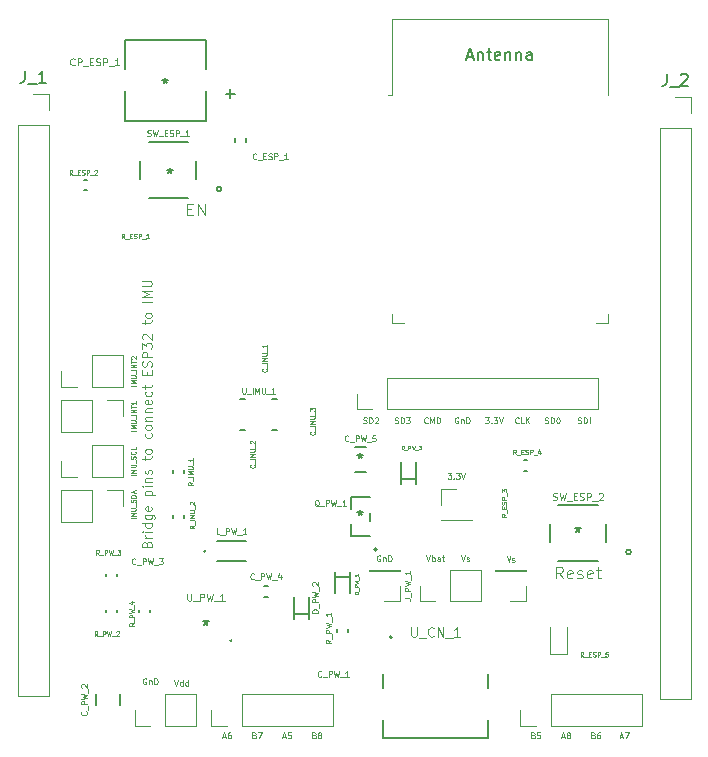
<source format=gbr>
%TF.GenerationSoftware,KiCad,Pcbnew,(5.1.9)-1*%
%TF.CreationDate,2021-03-31T16:36:21-07:00*%
%TF.ProjectId,esp32_sensor,65737033-325f-4736-956e-736f722e6b69,v0.0.3c*%
%TF.SameCoordinates,Original*%
%TF.FileFunction,Legend,Top*%
%TF.FilePolarity,Positive*%
%FSLAX46Y46*%
G04 Gerber Fmt 4.6, Leading zero omitted, Abs format (unit mm)*
G04 Created by KiCad (PCBNEW (5.1.9)-1) date 2021-03-31 16:36:21*
%MOMM*%
%LPD*%
G01*
G04 APERTURE LIST*
%ADD10C,0.100000*%
%ADD11C,0.152400*%
%ADD12C,0.120000*%
%ADD13C,0.127000*%
%ADD14C,0.203200*%
%ADD15C,0.200000*%
%ADD16C,0.080000*%
%ADD17C,0.150000*%
%ADD18C,0.070000*%
%ADD19C,0.060000*%
%ADD20C,0.015000*%
G04 APERTURE END LIST*
D10*
X94684857Y-113066723D02*
X94722952Y-112952438D01*
X94761047Y-112914342D01*
X94837238Y-112876247D01*
X94951523Y-112876247D01*
X95027714Y-112914342D01*
X95065809Y-112952438D01*
X95103904Y-113028628D01*
X95103904Y-113333390D01*
X94303904Y-113333390D01*
X94303904Y-113066723D01*
X94342000Y-112990533D01*
X94380095Y-112952438D01*
X94456285Y-112914342D01*
X94532476Y-112914342D01*
X94608666Y-112952438D01*
X94646761Y-112990533D01*
X94684857Y-113066723D01*
X94684857Y-113333390D01*
X95103904Y-112533390D02*
X94570571Y-112533390D01*
X94722952Y-112533390D02*
X94646761Y-112495295D01*
X94608666Y-112457200D01*
X94570571Y-112381009D01*
X94570571Y-112304819D01*
X95103904Y-112038152D02*
X94570571Y-112038152D01*
X94303904Y-112038152D02*
X94342000Y-112076247D01*
X94380095Y-112038152D01*
X94342000Y-112000057D01*
X94303904Y-112038152D01*
X94380095Y-112038152D01*
X95103904Y-111314342D02*
X94303904Y-111314342D01*
X95065809Y-111314342D02*
X95103904Y-111390533D01*
X95103904Y-111542914D01*
X95065809Y-111619104D01*
X95027714Y-111657200D01*
X94951523Y-111695295D01*
X94722952Y-111695295D01*
X94646761Y-111657200D01*
X94608666Y-111619104D01*
X94570571Y-111542914D01*
X94570571Y-111390533D01*
X94608666Y-111314342D01*
X94570571Y-110590533D02*
X95218190Y-110590533D01*
X95294380Y-110628628D01*
X95332476Y-110666723D01*
X95370571Y-110742914D01*
X95370571Y-110857200D01*
X95332476Y-110933390D01*
X95065809Y-110590533D02*
X95103904Y-110666723D01*
X95103904Y-110819104D01*
X95065809Y-110895295D01*
X95027714Y-110933390D01*
X94951523Y-110971485D01*
X94722952Y-110971485D01*
X94646761Y-110933390D01*
X94608666Y-110895295D01*
X94570571Y-110819104D01*
X94570571Y-110666723D01*
X94608666Y-110590533D01*
X95065809Y-109904819D02*
X95103904Y-109981009D01*
X95103904Y-110133390D01*
X95065809Y-110209580D01*
X94989619Y-110247676D01*
X94684857Y-110247676D01*
X94608666Y-110209580D01*
X94570571Y-110133390D01*
X94570571Y-109981009D01*
X94608666Y-109904819D01*
X94684857Y-109866723D01*
X94761047Y-109866723D01*
X94837238Y-110247676D01*
X94570571Y-108914342D02*
X95370571Y-108914342D01*
X94608666Y-108914342D02*
X94570571Y-108838152D01*
X94570571Y-108685771D01*
X94608666Y-108609580D01*
X94646761Y-108571485D01*
X94722952Y-108533390D01*
X94951523Y-108533390D01*
X95027714Y-108571485D01*
X95065809Y-108609580D01*
X95103904Y-108685771D01*
X95103904Y-108838152D01*
X95065809Y-108914342D01*
X95103904Y-108190533D02*
X94570571Y-108190533D01*
X94303904Y-108190533D02*
X94342000Y-108228628D01*
X94380095Y-108190533D01*
X94342000Y-108152438D01*
X94303904Y-108190533D01*
X94380095Y-108190533D01*
X94570571Y-107809580D02*
X95103904Y-107809580D01*
X94646761Y-107809580D02*
X94608666Y-107771485D01*
X94570571Y-107695295D01*
X94570571Y-107581009D01*
X94608666Y-107504819D01*
X94684857Y-107466723D01*
X95103904Y-107466723D01*
X95065809Y-107123866D02*
X95103904Y-107047676D01*
X95103904Y-106895295D01*
X95065809Y-106819104D01*
X94989619Y-106781009D01*
X94951523Y-106781009D01*
X94875333Y-106819104D01*
X94837238Y-106895295D01*
X94837238Y-107009580D01*
X94799142Y-107085771D01*
X94722952Y-107123866D01*
X94684857Y-107123866D01*
X94608666Y-107085771D01*
X94570571Y-107009580D01*
X94570571Y-106895295D01*
X94608666Y-106819104D01*
X94570571Y-105942914D02*
X94570571Y-105638152D01*
X94303904Y-105828628D02*
X94989619Y-105828628D01*
X95065809Y-105790533D01*
X95103904Y-105714342D01*
X95103904Y-105638152D01*
X95103904Y-105257200D02*
X95065809Y-105333390D01*
X95027714Y-105371485D01*
X94951523Y-105409580D01*
X94722952Y-105409580D01*
X94646761Y-105371485D01*
X94608666Y-105333390D01*
X94570571Y-105257200D01*
X94570571Y-105142914D01*
X94608666Y-105066723D01*
X94646761Y-105028628D01*
X94722952Y-104990533D01*
X94951523Y-104990533D01*
X95027714Y-105028628D01*
X95065809Y-105066723D01*
X95103904Y-105142914D01*
X95103904Y-105257200D01*
X95065809Y-103695295D02*
X95103904Y-103771485D01*
X95103904Y-103923866D01*
X95065809Y-104000057D01*
X95027714Y-104038152D01*
X94951523Y-104076247D01*
X94722952Y-104076247D01*
X94646761Y-104038152D01*
X94608666Y-104000057D01*
X94570571Y-103923866D01*
X94570571Y-103771485D01*
X94608666Y-103695295D01*
X95103904Y-103238152D02*
X95065809Y-103314342D01*
X95027714Y-103352438D01*
X94951523Y-103390533D01*
X94722952Y-103390533D01*
X94646761Y-103352438D01*
X94608666Y-103314342D01*
X94570571Y-103238152D01*
X94570571Y-103123866D01*
X94608666Y-103047676D01*
X94646761Y-103009580D01*
X94722952Y-102971485D01*
X94951523Y-102971485D01*
X95027714Y-103009580D01*
X95065809Y-103047676D01*
X95103904Y-103123866D01*
X95103904Y-103238152D01*
X94570571Y-102628628D02*
X95103904Y-102628628D01*
X94646761Y-102628628D02*
X94608666Y-102590533D01*
X94570571Y-102514342D01*
X94570571Y-102400057D01*
X94608666Y-102323866D01*
X94684857Y-102285771D01*
X95103904Y-102285771D01*
X94570571Y-101904819D02*
X95103904Y-101904819D01*
X94646761Y-101904819D02*
X94608666Y-101866723D01*
X94570571Y-101790533D01*
X94570571Y-101676247D01*
X94608666Y-101600057D01*
X94684857Y-101561961D01*
X95103904Y-101561961D01*
X95065809Y-100876247D02*
X95103904Y-100952438D01*
X95103904Y-101104819D01*
X95065809Y-101181009D01*
X94989619Y-101219104D01*
X94684857Y-101219104D01*
X94608666Y-101181009D01*
X94570571Y-101104819D01*
X94570571Y-100952438D01*
X94608666Y-100876247D01*
X94684857Y-100838152D01*
X94761047Y-100838152D01*
X94837238Y-101219104D01*
X95065809Y-100152438D02*
X95103904Y-100228628D01*
X95103904Y-100381009D01*
X95065809Y-100457200D01*
X95027714Y-100495295D01*
X94951523Y-100533390D01*
X94722952Y-100533390D01*
X94646761Y-100495295D01*
X94608666Y-100457200D01*
X94570571Y-100381009D01*
X94570571Y-100228628D01*
X94608666Y-100152438D01*
X94570571Y-99923866D02*
X94570571Y-99619104D01*
X94303904Y-99809580D02*
X94989619Y-99809580D01*
X95065809Y-99771485D01*
X95103904Y-99695295D01*
X95103904Y-99619104D01*
X94684857Y-98742914D02*
X94684857Y-98476247D01*
X95103904Y-98361961D02*
X95103904Y-98742914D01*
X94303904Y-98742914D01*
X94303904Y-98361961D01*
X95065809Y-98057200D02*
X95103904Y-97942914D01*
X95103904Y-97752438D01*
X95065809Y-97676247D01*
X95027714Y-97638152D01*
X94951523Y-97600057D01*
X94875333Y-97600057D01*
X94799142Y-97638152D01*
X94761047Y-97676247D01*
X94722952Y-97752438D01*
X94684857Y-97904819D01*
X94646761Y-97981009D01*
X94608666Y-98019104D01*
X94532476Y-98057200D01*
X94456285Y-98057200D01*
X94380095Y-98019104D01*
X94342000Y-97981009D01*
X94303904Y-97904819D01*
X94303904Y-97714342D01*
X94342000Y-97600057D01*
X95103904Y-97257200D02*
X94303904Y-97257200D01*
X94303904Y-96952438D01*
X94342000Y-96876247D01*
X94380095Y-96838152D01*
X94456285Y-96800057D01*
X94570571Y-96800057D01*
X94646761Y-96838152D01*
X94684857Y-96876247D01*
X94722952Y-96952438D01*
X94722952Y-97257200D01*
X94303904Y-96533390D02*
X94303904Y-96038152D01*
X94608666Y-96304819D01*
X94608666Y-96190533D01*
X94646761Y-96114342D01*
X94684857Y-96076247D01*
X94761047Y-96038152D01*
X94951523Y-96038152D01*
X95027714Y-96076247D01*
X95065809Y-96114342D01*
X95103904Y-96190533D01*
X95103904Y-96419104D01*
X95065809Y-96495295D01*
X95027714Y-96533390D01*
X94380095Y-95733390D02*
X94342000Y-95695295D01*
X94303904Y-95619104D01*
X94303904Y-95428628D01*
X94342000Y-95352438D01*
X94380095Y-95314342D01*
X94456285Y-95276247D01*
X94532476Y-95276247D01*
X94646761Y-95314342D01*
X95103904Y-95771485D01*
X95103904Y-95276247D01*
X94570571Y-94438152D02*
X94570571Y-94133390D01*
X94303904Y-94323866D02*
X94989619Y-94323866D01*
X95065809Y-94285771D01*
X95103904Y-94209580D01*
X95103904Y-94133390D01*
X95103904Y-93752438D02*
X95065809Y-93828628D01*
X95027714Y-93866723D01*
X94951523Y-93904819D01*
X94722952Y-93904819D01*
X94646761Y-93866723D01*
X94608666Y-93828628D01*
X94570571Y-93752438D01*
X94570571Y-93638152D01*
X94608666Y-93561961D01*
X94646761Y-93523866D01*
X94722952Y-93485771D01*
X94951523Y-93485771D01*
X95027714Y-93523866D01*
X95065809Y-93561961D01*
X95103904Y-93638152D01*
X95103904Y-93752438D01*
X95103904Y-92533390D02*
X94303904Y-92533390D01*
X95103904Y-92152438D02*
X94303904Y-92152438D01*
X94875333Y-91885771D01*
X94303904Y-91619104D01*
X95103904Y-91619104D01*
X94303904Y-91238152D02*
X94951523Y-91238152D01*
X95027714Y-91200057D01*
X95065809Y-91161961D01*
X95103904Y-91085771D01*
X95103904Y-90933390D01*
X95065809Y-90857200D01*
X95027714Y-90819104D01*
X94951523Y-90781009D01*
X94303904Y-90781009D01*
D11*
%TO.C,CP_ESP_1*%
X92837000Y-74729340D02*
X92837000Y-77216000D01*
X99695000Y-72844660D02*
X99695000Y-70358000D01*
X99695000Y-77216000D02*
X99695000Y-74729340D01*
X92837000Y-77216000D02*
X99695000Y-77216000D01*
X92837000Y-70358000D02*
X92837000Y-72844660D01*
X99695000Y-70358000D02*
X92837000Y-70358000D01*
D12*
%TO.C,J_PW_2*%
X98866000Y-128457000D02*
X98866000Y-125797000D01*
X96266000Y-128457000D02*
X98866000Y-128457000D01*
X96266000Y-125797000D02*
X98866000Y-125797000D01*
X96266000Y-128457000D02*
X96266000Y-125797000D01*
X94996000Y-128457000D02*
X93666000Y-128457000D01*
X93666000Y-128457000D02*
X93666000Y-127127000D01*
%TO.C,U_ESP_1*%
X115467000Y-75010000D02*
X115087000Y-75010000D01*
X115467000Y-68590000D02*
X115467000Y-75010000D01*
X133707000Y-68590000D02*
X133707000Y-75010000D01*
X115467000Y-68590000D02*
X133707000Y-68590000D01*
X133707000Y-94335000D02*
X132707000Y-94335000D01*
X133707000Y-93555000D02*
X133707000Y-94335000D01*
X115467000Y-94335000D02*
X116467000Y-94335000D01*
X115467000Y-93555000D02*
X115467000Y-94335000D01*
D13*
%TO.C,C_ESP_1*%
X102166000Y-79017000D02*
X102166000Y-78717000D01*
X103066000Y-79017000D02*
X103066000Y-78717000D01*
D12*
%TO.C,J_7*%
X87443000Y-108525000D02*
X87443000Y-111185000D01*
X90043000Y-108525000D02*
X87443000Y-108525000D01*
X90043000Y-111185000D02*
X87443000Y-111185000D01*
X90043000Y-108525000D02*
X90043000Y-111185000D01*
X91313000Y-108525000D02*
X92643000Y-108525000D01*
X92643000Y-108525000D02*
X92643000Y-109855000D01*
%TO.C,J_6*%
X92643000Y-107375000D02*
X92643000Y-104715000D01*
X90043000Y-107375000D02*
X92643000Y-107375000D01*
X90043000Y-104715000D02*
X92643000Y-104715000D01*
X90043000Y-107375000D02*
X90043000Y-104715000D01*
X88773000Y-107375000D02*
X87443000Y-107375000D01*
X87443000Y-107375000D02*
X87443000Y-106045000D01*
%TO.C,J_5*%
X87443000Y-100905000D02*
X87443000Y-103565000D01*
X90043000Y-100905000D02*
X87443000Y-100905000D01*
X90043000Y-103565000D02*
X87443000Y-103565000D01*
X90043000Y-100905000D02*
X90043000Y-103565000D01*
X91313000Y-100905000D02*
X92643000Y-100905000D01*
X92643000Y-100905000D02*
X92643000Y-102235000D01*
%TO.C,J_4*%
X92643000Y-99755000D02*
X92643000Y-97095000D01*
X90043000Y-99755000D02*
X92643000Y-99755000D01*
X90043000Y-97095000D02*
X92643000Y-97095000D01*
X90043000Y-99755000D02*
X90043000Y-97095000D01*
X88773000Y-99755000D02*
X87443000Y-99755000D01*
X87443000Y-99755000D02*
X87443000Y-98425000D01*
%TO.C,J_3*%
X132902000Y-101660000D02*
X132902000Y-99000000D01*
X115062000Y-101660000D02*
X132902000Y-101660000D01*
X115062000Y-99000000D02*
X132902000Y-99000000D01*
X115062000Y-101660000D02*
X115062000Y-99000000D01*
X113792000Y-101660000D02*
X112462000Y-101660000D01*
X112462000Y-101660000D02*
X112462000Y-100330000D01*
%TO.C,J_2*%
X138116000Y-77851000D02*
X140776000Y-77851000D01*
X138116000Y-77851000D02*
X138116000Y-126171000D01*
X138116000Y-126171000D02*
X140776000Y-126171000D01*
X140776000Y-77851000D02*
X140776000Y-126171000D01*
X140776000Y-75251000D02*
X140776000Y-76581000D01*
X139446000Y-75251000D02*
X140776000Y-75251000D01*
%TO.C,J_1*%
X83760000Y-77597000D02*
X86420000Y-77597000D01*
X83760000Y-77597000D02*
X83760000Y-125917000D01*
X83760000Y-125917000D02*
X86420000Y-125917000D01*
X86420000Y-77597000D02*
X86420000Y-125917000D01*
X86420000Y-74997000D02*
X86420000Y-76327000D01*
X85090000Y-74997000D02*
X86420000Y-74997000D01*
%TO.C,LED_ESP_1*%
X130275000Y-122389000D02*
X130275000Y-120104000D01*
X128805000Y-122389000D02*
X130275000Y-122389000D01*
X128805000Y-120104000D02*
X128805000Y-122389000D01*
%TO.C,J_PW_3*%
X119574000Y-111058000D02*
X122234000Y-111058000D01*
X119574000Y-110998000D02*
X119574000Y-111058000D01*
X122234000Y-110998000D02*
X122234000Y-111058000D01*
X119574000Y-110998000D02*
X122234000Y-110998000D01*
X119574000Y-109728000D02*
X119574000Y-108398000D01*
X119574000Y-108398000D02*
X120904000Y-108398000D01*
%TO.C,J_PW_1*%
X122996000Y-117916000D02*
X122996000Y-115256000D01*
X120396000Y-117916000D02*
X122996000Y-117916000D01*
X120396000Y-115256000D02*
X122996000Y-115256000D01*
X120396000Y-117916000D02*
X120396000Y-115256000D01*
X119126000Y-117916000D02*
X117796000Y-117916000D01*
X117796000Y-117916000D02*
X117796000Y-116586000D01*
%TO.C,J_CN_4*%
X116138000Y-115256000D02*
X113478000Y-115256000D01*
X116138000Y-115316000D02*
X116138000Y-115256000D01*
X113478000Y-115316000D02*
X113478000Y-115256000D01*
X116138000Y-115316000D02*
X113478000Y-115316000D01*
X116138000Y-116586000D02*
X116138000Y-117916000D01*
X116138000Y-117916000D02*
X114808000Y-117916000D01*
%TO.C,J_CN_3*%
X126806000Y-115256000D02*
X124146000Y-115256000D01*
X126806000Y-115316000D02*
X126806000Y-115256000D01*
X124146000Y-115316000D02*
X124146000Y-115256000D01*
X126806000Y-115316000D02*
X124146000Y-115316000D01*
X126806000Y-116586000D02*
X126806000Y-117916000D01*
X126806000Y-117916000D02*
X125476000Y-117916000D01*
%TO.C,J_CN_2*%
X110423000Y-128457000D02*
X110423000Y-125797000D01*
X102743000Y-128457000D02*
X110423000Y-128457000D01*
X102743000Y-125797000D02*
X110423000Y-125797000D01*
X102743000Y-128457000D02*
X102743000Y-125797000D01*
X101473000Y-128457000D02*
X100143000Y-128457000D01*
X100143000Y-128457000D02*
X100143000Y-127127000D01*
%TO.C,J_CN_1*%
X136585000Y-128457000D02*
X136585000Y-125797000D01*
X128905000Y-128457000D02*
X136585000Y-128457000D01*
X128905000Y-125797000D02*
X136585000Y-125797000D01*
X128905000Y-128457000D02*
X128905000Y-125797000D01*
X127635000Y-128457000D02*
X126305000Y-128457000D01*
X126305000Y-128457000D02*
X126305000Y-127127000D01*
D11*
%TO.C,U_PW_1*%
X101881745Y-121198136D02*
G75*
G03*
X101845199Y-121341200I-36546J-66864D01*
G01*
D14*
%TO.C,D_PW_3*%
X116190000Y-107954000D02*
X116190000Y-107554000D01*
X116190000Y-107554000D02*
X116190000Y-106154000D01*
X117490000Y-107954000D02*
X117490000Y-107554000D01*
X117490000Y-107554000D02*
X117490000Y-106154000D01*
X116190000Y-107554000D02*
X117490000Y-107554000D01*
%TO.C,D_PW_1*%
X111902000Y-115432000D02*
X111902000Y-115832000D01*
X111902000Y-115832000D02*
X111902000Y-117232000D01*
X110602000Y-115432000D02*
X110602000Y-115832000D01*
X110602000Y-115832000D02*
X110602000Y-117232000D01*
X111902000Y-115832000D02*
X110602000Y-115832000D01*
D11*
%TO.C,C_PW_2*%
X92466998Y-126680449D02*
X92466998Y-125795551D01*
X90413002Y-125795551D02*
X90413002Y-126680449D01*
D13*
%TO.C,C_PW_4*%
X104625000Y-117544000D02*
X104925000Y-117544000D01*
X104625000Y-116644000D02*
X104925000Y-116644000D01*
D11*
%TO.C,C_PW_5*%
X113218449Y-104891002D02*
X112333551Y-104891002D01*
X112333551Y-106944998D02*
X113218449Y-106944998D01*
D14*
%TO.C,D_PW_2*%
X107173000Y-118991000D02*
X108473000Y-118991000D01*
X108473000Y-118991000D02*
X108473000Y-117591000D01*
X108473000Y-119391000D02*
X108473000Y-118991000D01*
X107173000Y-118991000D02*
X107173000Y-117591000D01*
X107173000Y-119391000D02*
X107173000Y-118991000D01*
D11*
%TO.C,L_PW_1*%
X99688650Y-113665000D02*
G75*
G03*
X99688650Y-113665000I-76200J0D01*
G01*
X103104950Y-112814100D02*
X100641150Y-112814100D01*
X100641150Y-114515900D02*
X103104950Y-114515900D01*
%TO.C,Q_PW_1*%
X114211100Y-113525300D02*
G75*
G03*
X114211100Y-113525300I-127000J0D01*
G01*
X111950500Y-111360740D02*
X111950500Y-112382300D01*
X111950500Y-112382300D02*
X113601500Y-112382300D01*
X111950500Y-109105700D02*
X111950500Y-110127260D01*
X113601500Y-109105700D02*
X111950500Y-109105700D01*
X113601500Y-111079760D02*
X113601500Y-110408240D01*
D13*
%TO.C,R_ESP_2*%
X89425000Y-82227000D02*
X89645000Y-82227000D01*
X89425000Y-83127000D02*
X89645000Y-83127000D01*
%TO.C,R_ESP_4*%
X126856000Y-105976000D02*
X126636000Y-105976000D01*
X126856000Y-106876000D02*
X126636000Y-106876000D01*
%TO.C,R_IMU_1*%
X96959000Y-106824000D02*
X96959000Y-107044000D01*
X97859000Y-106824000D02*
X97859000Y-107044000D01*
%TO.C,R_IMU_2*%
X96959000Y-110854000D02*
X96959000Y-110634000D01*
X97859000Y-110854000D02*
X97859000Y-110634000D01*
%TO.C,R_PW_1*%
X111702000Y-120286000D02*
X111702000Y-120506000D01*
X110802000Y-120286000D02*
X110802000Y-120506000D01*
%TO.C,R_PW_2*%
X92144000Y-118855000D02*
X92144000Y-118635000D01*
X91244000Y-118855000D02*
X91244000Y-118635000D01*
%TO.C,R_PW_3*%
X92144000Y-115587000D02*
X92144000Y-115807000D01*
X91244000Y-115587000D02*
X91244000Y-115807000D01*
%TO.C,R_PW_4*%
X94938000Y-118855000D02*
X94938000Y-118635000D01*
X94038000Y-118855000D02*
X94038000Y-118635000D01*
D11*
%TO.C,SW_ESP_1*%
X101011900Y-83007001D02*
G75*
G03*
X101011900Y-83007001I-203200J0D01*
G01*
X98894900Y-82178959D02*
X98894900Y-80635041D01*
X94850086Y-83781900D02*
X98189914Y-83781900D01*
X94145100Y-80635041D02*
X94145100Y-82178959D01*
X98189914Y-79032100D02*
X94850086Y-79032100D01*
%TO.C,SW_ESP_2*%
X132860914Y-109766100D02*
X129521086Y-109766100D01*
X128816100Y-111369041D02*
X128816100Y-112912959D01*
X129521086Y-114515900D02*
X132860914Y-114515900D01*
X133565900Y-112912959D02*
X133565900Y-111369041D01*
X135682900Y-113741001D02*
G75*
G03*
X135682900Y-113741001I-203200J0D01*
G01*
D13*
%TO.C,U_IMU_1*%
X105690000Y-103408000D02*
X105290000Y-103408000D01*
X102590000Y-103408000D02*
X102990000Y-103408000D01*
X105690000Y-100808000D02*
X105290000Y-100808000D01*
X102990000Y-100808000D02*
X102590000Y-100808000D01*
D10*
X102090000Y-101108000D02*
G75*
G03*
X102090000Y-101108000I-50000J0D01*
G01*
D15*
%TO.C,U_CN_1*%
X115446000Y-120960000D02*
G75*
G03*
X115446000Y-120960000I-100000J0D01*
G01*
X123596000Y-124050000D02*
X123596000Y-125260000D01*
X114656000Y-124050000D02*
X114656000Y-125260000D01*
X123596000Y-129470000D02*
X123596000Y-127980000D01*
X114656000Y-129470000D02*
X123596000Y-129470000D01*
X114656000Y-127980000D02*
X114656000Y-129470000D01*
%TO.C,CP_ESP_1*%
D16*
X88582714Y-72477285D02*
X88554142Y-72505857D01*
X88468428Y-72534428D01*
X88411285Y-72534428D01*
X88325571Y-72505857D01*
X88268428Y-72448714D01*
X88239857Y-72391571D01*
X88211285Y-72277285D01*
X88211285Y-72191571D01*
X88239857Y-72077285D01*
X88268428Y-72020142D01*
X88325571Y-71963000D01*
X88411285Y-71934428D01*
X88468428Y-71934428D01*
X88554142Y-71963000D01*
X88582714Y-71991571D01*
X88839857Y-72534428D02*
X88839857Y-71934428D01*
X89068428Y-71934428D01*
X89125571Y-71963000D01*
X89154142Y-71991571D01*
X89182714Y-72048714D01*
X89182714Y-72134428D01*
X89154142Y-72191571D01*
X89125571Y-72220142D01*
X89068428Y-72248714D01*
X88839857Y-72248714D01*
X89297000Y-72591571D02*
X89754142Y-72591571D01*
X89897000Y-72220142D02*
X90097000Y-72220142D01*
X90182714Y-72534428D02*
X89897000Y-72534428D01*
X89897000Y-71934428D01*
X90182714Y-71934428D01*
X90411285Y-72505857D02*
X90497000Y-72534428D01*
X90639857Y-72534428D01*
X90697000Y-72505857D01*
X90725571Y-72477285D01*
X90754142Y-72420142D01*
X90754142Y-72363000D01*
X90725571Y-72305857D01*
X90697000Y-72277285D01*
X90639857Y-72248714D01*
X90525571Y-72220142D01*
X90468428Y-72191571D01*
X90439857Y-72163000D01*
X90411285Y-72105857D01*
X90411285Y-72048714D01*
X90439857Y-71991571D01*
X90468428Y-71963000D01*
X90525571Y-71934428D01*
X90668428Y-71934428D01*
X90754142Y-71963000D01*
X91011285Y-72534428D02*
X91011285Y-71934428D01*
X91239857Y-71934428D01*
X91297000Y-71963000D01*
X91325571Y-71991571D01*
X91354142Y-72048714D01*
X91354142Y-72134428D01*
X91325571Y-72191571D01*
X91297000Y-72220142D01*
X91239857Y-72248714D01*
X91011285Y-72248714D01*
X91468428Y-72591571D02*
X91925571Y-72591571D01*
X92382714Y-72534428D02*
X92039857Y-72534428D01*
X92211285Y-72534428D02*
X92211285Y-71934428D01*
X92154142Y-72020142D01*
X92097000Y-72077285D01*
X92039857Y-72105857D01*
D17*
X96266000Y-73620380D02*
X96266000Y-73858476D01*
X96027904Y-73763238D02*
X96266000Y-73858476D01*
X96504095Y-73763238D01*
X96123142Y-74048952D02*
X96266000Y-73858476D01*
X96408857Y-74048952D01*
X101371447Y-74950628D02*
X102133352Y-74950628D01*
X101752400Y-75331580D02*
X101752400Y-74569676D01*
%TO.C,J_PW_2*%
D18*
X94650761Y-124464000D02*
X94603142Y-124440190D01*
X94531714Y-124440190D01*
X94460285Y-124464000D01*
X94412666Y-124511619D01*
X94388857Y-124559238D01*
X94365047Y-124654476D01*
X94365047Y-124725904D01*
X94388857Y-124821142D01*
X94412666Y-124868761D01*
X94460285Y-124916380D01*
X94531714Y-124940190D01*
X94579333Y-124940190D01*
X94650761Y-124916380D01*
X94674571Y-124892571D01*
X94674571Y-124725904D01*
X94579333Y-124725904D01*
X94888857Y-124606857D02*
X94888857Y-124940190D01*
X94888857Y-124654476D02*
X94912666Y-124630666D01*
X94960285Y-124606857D01*
X95031714Y-124606857D01*
X95079333Y-124630666D01*
X95103142Y-124678285D01*
X95103142Y-124940190D01*
X95341238Y-124940190D02*
X95341238Y-124440190D01*
X95460285Y-124440190D01*
X95531714Y-124464000D01*
X95579333Y-124511619D01*
X95603142Y-124559238D01*
X95626952Y-124654476D01*
X95626952Y-124725904D01*
X95603142Y-124821142D01*
X95579333Y-124868761D01*
X95531714Y-124916380D01*
X95460285Y-124940190D01*
X95341238Y-124940190D01*
X97043952Y-124567190D02*
X97210619Y-125067190D01*
X97377285Y-124567190D01*
X97758238Y-125067190D02*
X97758238Y-124567190D01*
X97758238Y-125043380D02*
X97710619Y-125067190D01*
X97615380Y-125067190D01*
X97567761Y-125043380D01*
X97543952Y-125019571D01*
X97520142Y-124971952D01*
X97520142Y-124829095D01*
X97543952Y-124781476D01*
X97567761Y-124757666D01*
X97615380Y-124733857D01*
X97710619Y-124733857D01*
X97758238Y-124757666D01*
X98210619Y-125067190D02*
X98210619Y-124567190D01*
X98210619Y-125043380D02*
X98163000Y-125067190D01*
X98067761Y-125067190D01*
X98020142Y-125043380D01*
X97996333Y-125019571D01*
X97972523Y-124971952D01*
X97972523Y-124829095D01*
X97996333Y-124781476D01*
X98020142Y-124757666D01*
X98067761Y-124733857D01*
X98163000Y-124733857D01*
X98210619Y-124757666D01*
%TO.C,U_ESP_1*%
D17*
X121825095Y-71794666D02*
X122301285Y-71794666D01*
X121729857Y-72080380D02*
X122063190Y-71080380D01*
X122396523Y-72080380D01*
X122729857Y-71413714D02*
X122729857Y-72080380D01*
X122729857Y-71508952D02*
X122777476Y-71461333D01*
X122872714Y-71413714D01*
X123015571Y-71413714D01*
X123110809Y-71461333D01*
X123158428Y-71556571D01*
X123158428Y-72080380D01*
X123491761Y-71413714D02*
X123872714Y-71413714D01*
X123634619Y-71080380D02*
X123634619Y-71937523D01*
X123682238Y-72032761D01*
X123777476Y-72080380D01*
X123872714Y-72080380D01*
X124587000Y-72032761D02*
X124491761Y-72080380D01*
X124301285Y-72080380D01*
X124206047Y-72032761D01*
X124158428Y-71937523D01*
X124158428Y-71556571D01*
X124206047Y-71461333D01*
X124301285Y-71413714D01*
X124491761Y-71413714D01*
X124587000Y-71461333D01*
X124634619Y-71556571D01*
X124634619Y-71651809D01*
X124158428Y-71747047D01*
X125063190Y-71413714D02*
X125063190Y-72080380D01*
X125063190Y-71508952D02*
X125110809Y-71461333D01*
X125206047Y-71413714D01*
X125348904Y-71413714D01*
X125444142Y-71461333D01*
X125491761Y-71556571D01*
X125491761Y-72080380D01*
X125967952Y-71413714D02*
X125967952Y-72080380D01*
X125967952Y-71508952D02*
X126015571Y-71461333D01*
X126110809Y-71413714D01*
X126253666Y-71413714D01*
X126348904Y-71461333D01*
X126396523Y-71556571D01*
X126396523Y-72080380D01*
X127301285Y-72080380D02*
X127301285Y-71556571D01*
X127253666Y-71461333D01*
X127158428Y-71413714D01*
X126967952Y-71413714D01*
X126872714Y-71461333D01*
X127301285Y-72032761D02*
X127206047Y-72080380D01*
X126967952Y-72080380D01*
X126872714Y-72032761D01*
X126825095Y-71937523D01*
X126825095Y-71842285D01*
X126872714Y-71747047D01*
X126967952Y-71699428D01*
X127206047Y-71699428D01*
X127301285Y-71651809D01*
%TO.C,C_ESP_1*%
D18*
X103977428Y-80442571D02*
X103953619Y-80466380D01*
X103882190Y-80490190D01*
X103834571Y-80490190D01*
X103763142Y-80466380D01*
X103715523Y-80418761D01*
X103691714Y-80371142D01*
X103667904Y-80275904D01*
X103667904Y-80204476D01*
X103691714Y-80109238D01*
X103715523Y-80061619D01*
X103763142Y-80014000D01*
X103834571Y-79990190D01*
X103882190Y-79990190D01*
X103953619Y-80014000D01*
X103977428Y-80037809D01*
X104072666Y-80537809D02*
X104453619Y-80537809D01*
X104572666Y-80228285D02*
X104739333Y-80228285D01*
X104810761Y-80490190D02*
X104572666Y-80490190D01*
X104572666Y-79990190D01*
X104810761Y-79990190D01*
X105001238Y-80466380D02*
X105072666Y-80490190D01*
X105191714Y-80490190D01*
X105239333Y-80466380D01*
X105263142Y-80442571D01*
X105286952Y-80394952D01*
X105286952Y-80347333D01*
X105263142Y-80299714D01*
X105239333Y-80275904D01*
X105191714Y-80252095D01*
X105096476Y-80228285D01*
X105048857Y-80204476D01*
X105025047Y-80180666D01*
X105001238Y-80133047D01*
X105001238Y-80085428D01*
X105025047Y-80037809D01*
X105048857Y-80014000D01*
X105096476Y-79990190D01*
X105215523Y-79990190D01*
X105286952Y-80014000D01*
X105501238Y-80490190D02*
X105501238Y-79990190D01*
X105691714Y-79990190D01*
X105739333Y-80014000D01*
X105763142Y-80037809D01*
X105786952Y-80085428D01*
X105786952Y-80156857D01*
X105763142Y-80204476D01*
X105739333Y-80228285D01*
X105691714Y-80252095D01*
X105501238Y-80252095D01*
X105882190Y-80537809D02*
X106263142Y-80537809D01*
X106644095Y-80490190D02*
X106358380Y-80490190D01*
X106501238Y-80490190D02*
X106501238Y-79990190D01*
X106453619Y-80061619D01*
X106406000Y-80109238D01*
X106358380Y-80133047D01*
%TO.C,J_7*%
D19*
X93754552Y-110880380D02*
X93354552Y-110880380D01*
X93754552Y-110689904D02*
X93354552Y-110689904D01*
X93640266Y-110556571D01*
X93354552Y-110423238D01*
X93754552Y-110423238D01*
X93354552Y-110232761D02*
X93678361Y-110232761D01*
X93716457Y-110213714D01*
X93735504Y-110194666D01*
X93754552Y-110156571D01*
X93754552Y-110080380D01*
X93735504Y-110042285D01*
X93716457Y-110023238D01*
X93678361Y-110004190D01*
X93354552Y-110004190D01*
X93792647Y-109908952D02*
X93792647Y-109604190D01*
X93735504Y-109528000D02*
X93754552Y-109470857D01*
X93754552Y-109375619D01*
X93735504Y-109337523D01*
X93716457Y-109318476D01*
X93678361Y-109299428D01*
X93640266Y-109299428D01*
X93602171Y-109318476D01*
X93583123Y-109337523D01*
X93564076Y-109375619D01*
X93545028Y-109451809D01*
X93525980Y-109489904D01*
X93506933Y-109508952D01*
X93468838Y-109528000D01*
X93430742Y-109528000D01*
X93392647Y-109508952D01*
X93373600Y-109489904D01*
X93354552Y-109451809D01*
X93354552Y-109356571D01*
X93373600Y-109299428D01*
X93754552Y-109128000D02*
X93354552Y-109128000D01*
X93354552Y-109032761D01*
X93373600Y-108975619D01*
X93411695Y-108937523D01*
X93449790Y-108918476D01*
X93525980Y-108899428D01*
X93583123Y-108899428D01*
X93659314Y-108918476D01*
X93697409Y-108937523D01*
X93735504Y-108975619D01*
X93754552Y-109032761D01*
X93754552Y-109128000D01*
X93640266Y-108747047D02*
X93640266Y-108556571D01*
X93754552Y-108785142D02*
X93354552Y-108651809D01*
X93754552Y-108518476D01*
%TO.C,J_6*%
X93754552Y-107213257D02*
X93354552Y-107213257D01*
X93754552Y-107022780D02*
X93354552Y-107022780D01*
X93640266Y-106889447D01*
X93354552Y-106756114D01*
X93754552Y-106756114D01*
X93354552Y-106565638D02*
X93678361Y-106565638D01*
X93716457Y-106546590D01*
X93735504Y-106527542D01*
X93754552Y-106489447D01*
X93754552Y-106413257D01*
X93735504Y-106375161D01*
X93716457Y-106356114D01*
X93678361Y-106337066D01*
X93354552Y-106337066D01*
X93792647Y-106241828D02*
X93792647Y-105937066D01*
X93735504Y-105860876D02*
X93754552Y-105803733D01*
X93754552Y-105708495D01*
X93735504Y-105670400D01*
X93716457Y-105651352D01*
X93678361Y-105632304D01*
X93640266Y-105632304D01*
X93602171Y-105651352D01*
X93583123Y-105670400D01*
X93564076Y-105708495D01*
X93545028Y-105784685D01*
X93525980Y-105822780D01*
X93506933Y-105841828D01*
X93468838Y-105860876D01*
X93430742Y-105860876D01*
X93392647Y-105841828D01*
X93373600Y-105822780D01*
X93354552Y-105784685D01*
X93354552Y-105689447D01*
X93373600Y-105632304D01*
X93716457Y-105232304D02*
X93735504Y-105251352D01*
X93754552Y-105308495D01*
X93754552Y-105346590D01*
X93735504Y-105403733D01*
X93697409Y-105441828D01*
X93659314Y-105460876D01*
X93583123Y-105479923D01*
X93525980Y-105479923D01*
X93449790Y-105460876D01*
X93411695Y-105441828D01*
X93373600Y-105403733D01*
X93354552Y-105346590D01*
X93354552Y-105308495D01*
X93373600Y-105251352D01*
X93392647Y-105232304D01*
X93754552Y-104870400D02*
X93754552Y-105060876D01*
X93354552Y-105060876D01*
%TO.C,J_5*%
X93779952Y-103473095D02*
X93379952Y-103473095D01*
X93779952Y-103282619D02*
X93379952Y-103282619D01*
X93665666Y-103149285D01*
X93379952Y-103015952D01*
X93779952Y-103015952D01*
X93379952Y-102825476D02*
X93703761Y-102825476D01*
X93741857Y-102806428D01*
X93760904Y-102787380D01*
X93779952Y-102749285D01*
X93779952Y-102673095D01*
X93760904Y-102635000D01*
X93741857Y-102615952D01*
X93703761Y-102596904D01*
X93379952Y-102596904D01*
X93818047Y-102501666D02*
X93818047Y-102196904D01*
X93779952Y-102101666D02*
X93379952Y-102101666D01*
X93779952Y-101911190D02*
X93379952Y-101911190D01*
X93779952Y-101682619D01*
X93379952Y-101682619D01*
X93379952Y-101549285D02*
X93379952Y-101320714D01*
X93779952Y-101435000D02*
X93379952Y-101435000D01*
X93779952Y-100977857D02*
X93779952Y-101206428D01*
X93779952Y-101092142D02*
X93379952Y-101092142D01*
X93437095Y-101130238D01*
X93475190Y-101168333D01*
X93494238Y-101206428D01*
%TO.C,J_4*%
X93779952Y-99663095D02*
X93379952Y-99663095D01*
X93779952Y-99472619D02*
X93379952Y-99472619D01*
X93665666Y-99339285D01*
X93379952Y-99205952D01*
X93779952Y-99205952D01*
X93379952Y-99015476D02*
X93703761Y-99015476D01*
X93741857Y-98996428D01*
X93760904Y-98977380D01*
X93779952Y-98939285D01*
X93779952Y-98863095D01*
X93760904Y-98825000D01*
X93741857Y-98805952D01*
X93703761Y-98786904D01*
X93379952Y-98786904D01*
X93818047Y-98691666D02*
X93818047Y-98386904D01*
X93779952Y-98291666D02*
X93379952Y-98291666D01*
X93779952Y-98101190D02*
X93379952Y-98101190D01*
X93779952Y-97872619D01*
X93379952Y-97872619D01*
X93379952Y-97739285D02*
X93379952Y-97510714D01*
X93779952Y-97625000D02*
X93379952Y-97625000D01*
X93418047Y-97396428D02*
X93399000Y-97377380D01*
X93379952Y-97339285D01*
X93379952Y-97244047D01*
X93399000Y-97205952D01*
X93418047Y-97186904D01*
X93456142Y-97167857D01*
X93494238Y-97167857D01*
X93551380Y-97186904D01*
X93779952Y-97415476D01*
X93779952Y-97167857D01*
%TO.C,J_3*%
D18*
X113034047Y-102818380D02*
X113105476Y-102842190D01*
X113224523Y-102842190D01*
X113272142Y-102818380D01*
X113295952Y-102794571D01*
X113319761Y-102746952D01*
X113319761Y-102699333D01*
X113295952Y-102651714D01*
X113272142Y-102627904D01*
X113224523Y-102604095D01*
X113129285Y-102580285D01*
X113081666Y-102556476D01*
X113057857Y-102532666D01*
X113034047Y-102485047D01*
X113034047Y-102437428D01*
X113057857Y-102389809D01*
X113081666Y-102366000D01*
X113129285Y-102342190D01*
X113248333Y-102342190D01*
X113319761Y-102366000D01*
X113534047Y-102842190D02*
X113534047Y-102342190D01*
X113653095Y-102342190D01*
X113724523Y-102366000D01*
X113772142Y-102413619D01*
X113795952Y-102461238D01*
X113819761Y-102556476D01*
X113819761Y-102627904D01*
X113795952Y-102723142D01*
X113772142Y-102770761D01*
X113724523Y-102818380D01*
X113653095Y-102842190D01*
X113534047Y-102842190D01*
X114010238Y-102389809D02*
X114034047Y-102366000D01*
X114081666Y-102342190D01*
X114200714Y-102342190D01*
X114248333Y-102366000D01*
X114272142Y-102389809D01*
X114295952Y-102437428D01*
X114295952Y-102485047D01*
X114272142Y-102556476D01*
X113986428Y-102842190D01*
X114295952Y-102842190D01*
X115701047Y-102818380D02*
X115772476Y-102842190D01*
X115891523Y-102842190D01*
X115939142Y-102818380D01*
X115962952Y-102794571D01*
X115986761Y-102746952D01*
X115986761Y-102699333D01*
X115962952Y-102651714D01*
X115939142Y-102627904D01*
X115891523Y-102604095D01*
X115796285Y-102580285D01*
X115748666Y-102556476D01*
X115724857Y-102532666D01*
X115701047Y-102485047D01*
X115701047Y-102437428D01*
X115724857Y-102389809D01*
X115748666Y-102366000D01*
X115796285Y-102342190D01*
X115915333Y-102342190D01*
X115986761Y-102366000D01*
X116201047Y-102842190D02*
X116201047Y-102342190D01*
X116320095Y-102342190D01*
X116391523Y-102366000D01*
X116439142Y-102413619D01*
X116462952Y-102461238D01*
X116486761Y-102556476D01*
X116486761Y-102627904D01*
X116462952Y-102723142D01*
X116439142Y-102770761D01*
X116391523Y-102818380D01*
X116320095Y-102842190D01*
X116201047Y-102842190D01*
X116653428Y-102342190D02*
X116962952Y-102342190D01*
X116796285Y-102532666D01*
X116867714Y-102532666D01*
X116915333Y-102556476D01*
X116939142Y-102580285D01*
X116962952Y-102627904D01*
X116962952Y-102746952D01*
X116939142Y-102794571D01*
X116915333Y-102818380D01*
X116867714Y-102842190D01*
X116724857Y-102842190D01*
X116677238Y-102818380D01*
X116653428Y-102794571D01*
X118491047Y-102794571D02*
X118467238Y-102818380D01*
X118395809Y-102842190D01*
X118348190Y-102842190D01*
X118276761Y-102818380D01*
X118229142Y-102770761D01*
X118205333Y-102723142D01*
X118181523Y-102627904D01*
X118181523Y-102556476D01*
X118205333Y-102461238D01*
X118229142Y-102413619D01*
X118276761Y-102366000D01*
X118348190Y-102342190D01*
X118395809Y-102342190D01*
X118467238Y-102366000D01*
X118491047Y-102389809D01*
X118705333Y-102842190D02*
X118705333Y-102342190D01*
X118872000Y-102699333D01*
X119038666Y-102342190D01*
X119038666Y-102842190D01*
X119276761Y-102842190D02*
X119276761Y-102342190D01*
X119395809Y-102342190D01*
X119467238Y-102366000D01*
X119514857Y-102413619D01*
X119538666Y-102461238D01*
X119562476Y-102556476D01*
X119562476Y-102627904D01*
X119538666Y-102723142D01*
X119514857Y-102770761D01*
X119467238Y-102818380D01*
X119395809Y-102842190D01*
X119276761Y-102842190D01*
X121066761Y-102366000D02*
X121019142Y-102342190D01*
X120947714Y-102342190D01*
X120876285Y-102366000D01*
X120828666Y-102413619D01*
X120804857Y-102461238D01*
X120781047Y-102556476D01*
X120781047Y-102627904D01*
X120804857Y-102723142D01*
X120828666Y-102770761D01*
X120876285Y-102818380D01*
X120947714Y-102842190D01*
X120995333Y-102842190D01*
X121066761Y-102818380D01*
X121090571Y-102794571D01*
X121090571Y-102627904D01*
X120995333Y-102627904D01*
X121304857Y-102508857D02*
X121304857Y-102842190D01*
X121304857Y-102556476D02*
X121328666Y-102532666D01*
X121376285Y-102508857D01*
X121447714Y-102508857D01*
X121495333Y-102532666D01*
X121519142Y-102580285D01*
X121519142Y-102842190D01*
X121757238Y-102842190D02*
X121757238Y-102342190D01*
X121876285Y-102342190D01*
X121947714Y-102366000D01*
X121995333Y-102413619D01*
X122019142Y-102461238D01*
X122042952Y-102556476D01*
X122042952Y-102627904D01*
X122019142Y-102723142D01*
X121995333Y-102770761D01*
X121947714Y-102818380D01*
X121876285Y-102842190D01*
X121757238Y-102842190D01*
X123340904Y-102342190D02*
X123650428Y-102342190D01*
X123483761Y-102532666D01*
X123555190Y-102532666D01*
X123602809Y-102556476D01*
X123626619Y-102580285D01*
X123650428Y-102627904D01*
X123650428Y-102746952D01*
X123626619Y-102794571D01*
X123602809Y-102818380D01*
X123555190Y-102842190D01*
X123412333Y-102842190D01*
X123364714Y-102818380D01*
X123340904Y-102794571D01*
X123864714Y-102794571D02*
X123888523Y-102818380D01*
X123864714Y-102842190D01*
X123840904Y-102818380D01*
X123864714Y-102794571D01*
X123864714Y-102842190D01*
X124055190Y-102342190D02*
X124364714Y-102342190D01*
X124198047Y-102532666D01*
X124269476Y-102532666D01*
X124317095Y-102556476D01*
X124340904Y-102580285D01*
X124364714Y-102627904D01*
X124364714Y-102746952D01*
X124340904Y-102794571D01*
X124317095Y-102818380D01*
X124269476Y-102842190D01*
X124126619Y-102842190D01*
X124079000Y-102818380D01*
X124055190Y-102794571D01*
X124507571Y-102342190D02*
X124674238Y-102842190D01*
X124840904Y-102342190D01*
X126194380Y-102794571D02*
X126170571Y-102818380D01*
X126099142Y-102842190D01*
X126051523Y-102842190D01*
X125980095Y-102818380D01*
X125932476Y-102770761D01*
X125908666Y-102723142D01*
X125884857Y-102627904D01*
X125884857Y-102556476D01*
X125908666Y-102461238D01*
X125932476Y-102413619D01*
X125980095Y-102366000D01*
X126051523Y-102342190D01*
X126099142Y-102342190D01*
X126170571Y-102366000D01*
X126194380Y-102389809D01*
X126646761Y-102842190D02*
X126408666Y-102842190D01*
X126408666Y-102342190D01*
X126813428Y-102842190D02*
X126813428Y-102342190D01*
X127099142Y-102842190D02*
X126884857Y-102556476D01*
X127099142Y-102342190D02*
X126813428Y-102627904D01*
X128401047Y-102818380D02*
X128472476Y-102842190D01*
X128591523Y-102842190D01*
X128639142Y-102818380D01*
X128662952Y-102794571D01*
X128686761Y-102746952D01*
X128686761Y-102699333D01*
X128662952Y-102651714D01*
X128639142Y-102627904D01*
X128591523Y-102604095D01*
X128496285Y-102580285D01*
X128448666Y-102556476D01*
X128424857Y-102532666D01*
X128401047Y-102485047D01*
X128401047Y-102437428D01*
X128424857Y-102389809D01*
X128448666Y-102366000D01*
X128496285Y-102342190D01*
X128615333Y-102342190D01*
X128686761Y-102366000D01*
X128901047Y-102842190D02*
X128901047Y-102342190D01*
X129020095Y-102342190D01*
X129091523Y-102366000D01*
X129139142Y-102413619D01*
X129162952Y-102461238D01*
X129186761Y-102556476D01*
X129186761Y-102627904D01*
X129162952Y-102723142D01*
X129139142Y-102770761D01*
X129091523Y-102818380D01*
X129020095Y-102842190D01*
X128901047Y-102842190D01*
X129496285Y-102342190D02*
X129543904Y-102342190D01*
X129591523Y-102366000D01*
X129615333Y-102389809D01*
X129639142Y-102437428D01*
X129662952Y-102532666D01*
X129662952Y-102651714D01*
X129639142Y-102746952D01*
X129615333Y-102794571D01*
X129591523Y-102818380D01*
X129543904Y-102842190D01*
X129496285Y-102842190D01*
X129448666Y-102818380D01*
X129424857Y-102794571D01*
X129401047Y-102746952D01*
X129377238Y-102651714D01*
X129377238Y-102532666D01*
X129401047Y-102437428D01*
X129424857Y-102389809D01*
X129448666Y-102366000D01*
X129496285Y-102342190D01*
X131187095Y-102818380D02*
X131258523Y-102842190D01*
X131377571Y-102842190D01*
X131425190Y-102818380D01*
X131449000Y-102794571D01*
X131472809Y-102746952D01*
X131472809Y-102699333D01*
X131449000Y-102651714D01*
X131425190Y-102627904D01*
X131377571Y-102604095D01*
X131282333Y-102580285D01*
X131234714Y-102556476D01*
X131210904Y-102532666D01*
X131187095Y-102485047D01*
X131187095Y-102437428D01*
X131210904Y-102389809D01*
X131234714Y-102366000D01*
X131282333Y-102342190D01*
X131401380Y-102342190D01*
X131472809Y-102366000D01*
X131687095Y-102842190D02*
X131687095Y-102342190D01*
X131806142Y-102342190D01*
X131877571Y-102366000D01*
X131925190Y-102413619D01*
X131949000Y-102461238D01*
X131972809Y-102556476D01*
X131972809Y-102627904D01*
X131949000Y-102723142D01*
X131925190Y-102770761D01*
X131877571Y-102818380D01*
X131806142Y-102842190D01*
X131687095Y-102842190D01*
X132187095Y-102842190D02*
X132187095Y-102342190D01*
%TO.C,J_2*%
D17*
X138731714Y-73263380D02*
X138731714Y-73977666D01*
X138684095Y-74120523D01*
X138588857Y-74215761D01*
X138446000Y-74263380D01*
X138350761Y-74263380D01*
X138969809Y-74358619D02*
X139731714Y-74358619D01*
X139922190Y-73358619D02*
X139969809Y-73311000D01*
X140065047Y-73263380D01*
X140303142Y-73263380D01*
X140398380Y-73311000D01*
X140446000Y-73358619D01*
X140493619Y-73453857D01*
X140493619Y-73549095D01*
X140446000Y-73691952D01*
X139874571Y-74263380D01*
X140493619Y-74263380D01*
%TO.C,J_1*%
X84375714Y-73009380D02*
X84375714Y-73723666D01*
X84328095Y-73866523D01*
X84232857Y-73961761D01*
X84090000Y-74009380D01*
X83994761Y-74009380D01*
X84613809Y-74104619D02*
X85375714Y-74104619D01*
X86137619Y-74009380D02*
X85566190Y-74009380D01*
X85851904Y-74009380D02*
X85851904Y-73009380D01*
X85756666Y-73152238D01*
X85661428Y-73247476D01*
X85566190Y-73295095D01*
%TO.C,J_PW_3*%
D18*
X120165904Y-107041190D02*
X120475428Y-107041190D01*
X120308761Y-107231666D01*
X120380190Y-107231666D01*
X120427809Y-107255476D01*
X120451619Y-107279285D01*
X120475428Y-107326904D01*
X120475428Y-107445952D01*
X120451619Y-107493571D01*
X120427809Y-107517380D01*
X120380190Y-107541190D01*
X120237333Y-107541190D01*
X120189714Y-107517380D01*
X120165904Y-107493571D01*
X120689714Y-107493571D02*
X120713523Y-107517380D01*
X120689714Y-107541190D01*
X120665904Y-107517380D01*
X120689714Y-107493571D01*
X120689714Y-107541190D01*
X120880190Y-107041190D02*
X121189714Y-107041190D01*
X121023047Y-107231666D01*
X121094476Y-107231666D01*
X121142095Y-107255476D01*
X121165904Y-107279285D01*
X121189714Y-107326904D01*
X121189714Y-107445952D01*
X121165904Y-107493571D01*
X121142095Y-107517380D01*
X121094476Y-107541190D01*
X120951619Y-107541190D01*
X120904000Y-107517380D01*
X120880190Y-107493571D01*
X121332571Y-107041190D02*
X121499238Y-107541190D01*
X121665904Y-107041190D01*
%TO.C,J_PW_1*%
X116522190Y-117669333D02*
X116879333Y-117669333D01*
X116950761Y-117693142D01*
X116998380Y-117740761D01*
X117022190Y-117812190D01*
X117022190Y-117859809D01*
X117069809Y-117550285D02*
X117069809Y-117169333D01*
X117022190Y-117050285D02*
X116522190Y-117050285D01*
X116522190Y-116859809D01*
X116546000Y-116812190D01*
X116569809Y-116788380D01*
X116617428Y-116764571D01*
X116688857Y-116764571D01*
X116736476Y-116788380D01*
X116760285Y-116812190D01*
X116784095Y-116859809D01*
X116784095Y-117050285D01*
X116522190Y-116597904D02*
X117022190Y-116478857D01*
X116665047Y-116383619D01*
X117022190Y-116288380D01*
X116522190Y-116169333D01*
X117069809Y-116097904D02*
X117069809Y-115716952D01*
X117022190Y-115336000D02*
X117022190Y-115621714D01*
X117022190Y-115478857D02*
X116522190Y-115478857D01*
X116593619Y-115526476D01*
X116641238Y-115574095D01*
X116665047Y-115621714D01*
X118364095Y-114026190D02*
X118530761Y-114526190D01*
X118697428Y-114026190D01*
X118864095Y-114526190D02*
X118864095Y-114026190D01*
X118864095Y-114216666D02*
X118911714Y-114192857D01*
X119006952Y-114192857D01*
X119054571Y-114216666D01*
X119078380Y-114240476D01*
X119102190Y-114288095D01*
X119102190Y-114430952D01*
X119078380Y-114478571D01*
X119054571Y-114502380D01*
X119006952Y-114526190D01*
X118911714Y-114526190D01*
X118864095Y-114502380D01*
X119530761Y-114526190D02*
X119530761Y-114264285D01*
X119506952Y-114216666D01*
X119459333Y-114192857D01*
X119364095Y-114192857D01*
X119316476Y-114216666D01*
X119530761Y-114502380D02*
X119483142Y-114526190D01*
X119364095Y-114526190D01*
X119316476Y-114502380D01*
X119292666Y-114454761D01*
X119292666Y-114407142D01*
X119316476Y-114359523D01*
X119364095Y-114335714D01*
X119483142Y-114335714D01*
X119530761Y-114311904D01*
X119697428Y-114192857D02*
X119887904Y-114192857D01*
X119768857Y-114026190D02*
X119768857Y-114454761D01*
X119792666Y-114502380D01*
X119840285Y-114526190D01*
X119887904Y-114526190D01*
X121296952Y-114026190D02*
X121463619Y-114526190D01*
X121630285Y-114026190D01*
X121773142Y-114502380D02*
X121820761Y-114526190D01*
X121916000Y-114526190D01*
X121963619Y-114502380D01*
X121987428Y-114454761D01*
X121987428Y-114430952D01*
X121963619Y-114383333D01*
X121916000Y-114359523D01*
X121844571Y-114359523D01*
X121796952Y-114335714D01*
X121773142Y-114288095D01*
X121773142Y-114264285D01*
X121796952Y-114216666D01*
X121844571Y-114192857D01*
X121916000Y-114192857D01*
X121963619Y-114216666D01*
%TO.C,J_CN_4*%
X114462761Y-114050000D02*
X114415142Y-114026190D01*
X114343714Y-114026190D01*
X114272285Y-114050000D01*
X114224666Y-114097619D01*
X114200857Y-114145238D01*
X114177047Y-114240476D01*
X114177047Y-114311904D01*
X114200857Y-114407142D01*
X114224666Y-114454761D01*
X114272285Y-114502380D01*
X114343714Y-114526190D01*
X114391333Y-114526190D01*
X114462761Y-114502380D01*
X114486571Y-114478571D01*
X114486571Y-114311904D01*
X114391333Y-114311904D01*
X114700857Y-114192857D02*
X114700857Y-114526190D01*
X114700857Y-114240476D02*
X114724666Y-114216666D01*
X114772285Y-114192857D01*
X114843714Y-114192857D01*
X114891333Y-114216666D01*
X114915142Y-114264285D01*
X114915142Y-114526190D01*
X115153238Y-114526190D02*
X115153238Y-114026190D01*
X115272285Y-114026190D01*
X115343714Y-114050000D01*
X115391333Y-114097619D01*
X115415142Y-114145238D01*
X115438952Y-114240476D01*
X115438952Y-114311904D01*
X115415142Y-114407142D01*
X115391333Y-114454761D01*
X115343714Y-114502380D01*
X115272285Y-114526190D01*
X115153238Y-114526190D01*
%TO.C,J_CN_3*%
X125157752Y-114076990D02*
X125324419Y-114576990D01*
X125491085Y-114076990D01*
X125633942Y-114553180D02*
X125681561Y-114576990D01*
X125776800Y-114576990D01*
X125824419Y-114553180D01*
X125848228Y-114505561D01*
X125848228Y-114481752D01*
X125824419Y-114434133D01*
X125776800Y-114410323D01*
X125705371Y-114410323D01*
X125657752Y-114386514D01*
X125633942Y-114338895D01*
X125633942Y-114315085D01*
X125657752Y-114267466D01*
X125705371Y-114243657D01*
X125776800Y-114243657D01*
X125824419Y-114267466D01*
%TO.C,J_CN_2*%
X101115857Y-129369333D02*
X101353952Y-129369333D01*
X101068238Y-129512190D02*
X101234904Y-129012190D01*
X101401571Y-129512190D01*
X101782523Y-129012190D02*
X101687285Y-129012190D01*
X101639666Y-129036000D01*
X101615857Y-129059809D01*
X101568238Y-129131238D01*
X101544428Y-129226476D01*
X101544428Y-129416952D01*
X101568238Y-129464571D01*
X101592047Y-129488380D01*
X101639666Y-129512190D01*
X101734904Y-129512190D01*
X101782523Y-129488380D01*
X101806333Y-129464571D01*
X101830142Y-129416952D01*
X101830142Y-129297904D01*
X101806333Y-129250285D01*
X101782523Y-129226476D01*
X101734904Y-129202666D01*
X101639666Y-129202666D01*
X101592047Y-129226476D01*
X101568238Y-129250285D01*
X101544428Y-129297904D01*
X103810619Y-129250285D02*
X103882047Y-129274095D01*
X103905857Y-129297904D01*
X103929666Y-129345523D01*
X103929666Y-129416952D01*
X103905857Y-129464571D01*
X103882047Y-129488380D01*
X103834428Y-129512190D01*
X103643952Y-129512190D01*
X103643952Y-129012190D01*
X103810619Y-129012190D01*
X103858238Y-129036000D01*
X103882047Y-129059809D01*
X103905857Y-129107428D01*
X103905857Y-129155047D01*
X103882047Y-129202666D01*
X103858238Y-129226476D01*
X103810619Y-129250285D01*
X103643952Y-129250285D01*
X104096333Y-129012190D02*
X104429666Y-129012190D01*
X104215380Y-129512190D01*
X106195857Y-129369333D02*
X106433952Y-129369333D01*
X106148238Y-129512190D02*
X106314904Y-129012190D01*
X106481571Y-129512190D01*
X106886333Y-129012190D02*
X106648238Y-129012190D01*
X106624428Y-129250285D01*
X106648238Y-129226476D01*
X106695857Y-129202666D01*
X106814904Y-129202666D01*
X106862523Y-129226476D01*
X106886333Y-129250285D01*
X106910142Y-129297904D01*
X106910142Y-129416952D01*
X106886333Y-129464571D01*
X106862523Y-129488380D01*
X106814904Y-129512190D01*
X106695857Y-129512190D01*
X106648238Y-129488380D01*
X106624428Y-129464571D01*
X108890619Y-129250285D02*
X108962047Y-129274095D01*
X108985857Y-129297904D01*
X109009666Y-129345523D01*
X109009666Y-129416952D01*
X108985857Y-129464571D01*
X108962047Y-129488380D01*
X108914428Y-129512190D01*
X108723952Y-129512190D01*
X108723952Y-129012190D01*
X108890619Y-129012190D01*
X108938238Y-129036000D01*
X108962047Y-129059809D01*
X108985857Y-129107428D01*
X108985857Y-129155047D01*
X108962047Y-129202666D01*
X108938238Y-129226476D01*
X108890619Y-129250285D01*
X108723952Y-129250285D01*
X109295380Y-129226476D02*
X109247761Y-129202666D01*
X109223952Y-129178857D01*
X109200142Y-129131238D01*
X109200142Y-129107428D01*
X109223952Y-129059809D01*
X109247761Y-129036000D01*
X109295380Y-129012190D01*
X109390619Y-129012190D01*
X109438238Y-129036000D01*
X109462047Y-129059809D01*
X109485857Y-129107428D01*
X109485857Y-129131238D01*
X109462047Y-129178857D01*
X109438238Y-129202666D01*
X109390619Y-129226476D01*
X109295380Y-129226476D01*
X109247761Y-129250285D01*
X109223952Y-129274095D01*
X109200142Y-129321714D01*
X109200142Y-129416952D01*
X109223952Y-129464571D01*
X109247761Y-129488380D01*
X109295380Y-129512190D01*
X109390619Y-129512190D01*
X109438238Y-129488380D01*
X109462047Y-129464571D01*
X109485857Y-129416952D01*
X109485857Y-129321714D01*
X109462047Y-129274095D01*
X109438238Y-129250285D01*
X109390619Y-129226476D01*
%TO.C,J_CN_1*%
X127432619Y-129250285D02*
X127504047Y-129274095D01*
X127527857Y-129297904D01*
X127551666Y-129345523D01*
X127551666Y-129416952D01*
X127527857Y-129464571D01*
X127504047Y-129488380D01*
X127456428Y-129512190D01*
X127265952Y-129512190D01*
X127265952Y-129012190D01*
X127432619Y-129012190D01*
X127480238Y-129036000D01*
X127504047Y-129059809D01*
X127527857Y-129107428D01*
X127527857Y-129155047D01*
X127504047Y-129202666D01*
X127480238Y-129226476D01*
X127432619Y-129250285D01*
X127265952Y-129250285D01*
X128004047Y-129012190D02*
X127765952Y-129012190D01*
X127742142Y-129250285D01*
X127765952Y-129226476D01*
X127813571Y-129202666D01*
X127932619Y-129202666D01*
X127980238Y-129226476D01*
X128004047Y-129250285D01*
X128027857Y-129297904D01*
X128027857Y-129416952D01*
X128004047Y-129464571D01*
X127980238Y-129488380D01*
X127932619Y-129512190D01*
X127813571Y-129512190D01*
X127765952Y-129488380D01*
X127742142Y-129464571D01*
X129817857Y-129369333D02*
X130055952Y-129369333D01*
X129770238Y-129512190D02*
X129936904Y-129012190D01*
X130103571Y-129512190D01*
X130341666Y-129226476D02*
X130294047Y-129202666D01*
X130270238Y-129178857D01*
X130246428Y-129131238D01*
X130246428Y-129107428D01*
X130270238Y-129059809D01*
X130294047Y-129036000D01*
X130341666Y-129012190D01*
X130436904Y-129012190D01*
X130484523Y-129036000D01*
X130508333Y-129059809D01*
X130532142Y-129107428D01*
X130532142Y-129131238D01*
X130508333Y-129178857D01*
X130484523Y-129202666D01*
X130436904Y-129226476D01*
X130341666Y-129226476D01*
X130294047Y-129250285D01*
X130270238Y-129274095D01*
X130246428Y-129321714D01*
X130246428Y-129416952D01*
X130270238Y-129464571D01*
X130294047Y-129488380D01*
X130341666Y-129512190D01*
X130436904Y-129512190D01*
X130484523Y-129488380D01*
X130508333Y-129464571D01*
X130532142Y-129416952D01*
X130532142Y-129321714D01*
X130508333Y-129274095D01*
X130484523Y-129250285D01*
X130436904Y-129226476D01*
X132512619Y-129250285D02*
X132584047Y-129274095D01*
X132607857Y-129297904D01*
X132631666Y-129345523D01*
X132631666Y-129416952D01*
X132607857Y-129464571D01*
X132584047Y-129488380D01*
X132536428Y-129512190D01*
X132345952Y-129512190D01*
X132345952Y-129012190D01*
X132512619Y-129012190D01*
X132560238Y-129036000D01*
X132584047Y-129059809D01*
X132607857Y-129107428D01*
X132607857Y-129155047D01*
X132584047Y-129202666D01*
X132560238Y-129226476D01*
X132512619Y-129250285D01*
X132345952Y-129250285D01*
X133060238Y-129012190D02*
X132965000Y-129012190D01*
X132917380Y-129036000D01*
X132893571Y-129059809D01*
X132845952Y-129131238D01*
X132822142Y-129226476D01*
X132822142Y-129416952D01*
X132845952Y-129464571D01*
X132869761Y-129488380D01*
X132917380Y-129512190D01*
X133012619Y-129512190D01*
X133060238Y-129488380D01*
X133084047Y-129464571D01*
X133107857Y-129416952D01*
X133107857Y-129297904D01*
X133084047Y-129250285D01*
X133060238Y-129226476D01*
X133012619Y-129202666D01*
X132917380Y-129202666D01*
X132869761Y-129226476D01*
X132845952Y-129250285D01*
X132822142Y-129297904D01*
X134770857Y-129369333D02*
X135008952Y-129369333D01*
X134723238Y-129512190D02*
X134889904Y-129012190D01*
X135056571Y-129512190D01*
X135175619Y-129012190D02*
X135508952Y-129012190D01*
X135294666Y-129512190D01*
%TO.C,U_PW_1*%
D16*
X98137857Y-117273428D02*
X98137857Y-117759142D01*
X98166428Y-117816285D01*
X98195000Y-117844857D01*
X98252142Y-117873428D01*
X98366428Y-117873428D01*
X98423571Y-117844857D01*
X98452142Y-117816285D01*
X98480714Y-117759142D01*
X98480714Y-117273428D01*
X98623571Y-117930571D02*
X99080714Y-117930571D01*
X99223571Y-117873428D02*
X99223571Y-117273428D01*
X99452142Y-117273428D01*
X99509285Y-117302000D01*
X99537857Y-117330571D01*
X99566428Y-117387714D01*
X99566428Y-117473428D01*
X99537857Y-117530571D01*
X99509285Y-117559142D01*
X99452142Y-117587714D01*
X99223571Y-117587714D01*
X99766428Y-117273428D02*
X99909285Y-117873428D01*
X100023571Y-117444857D01*
X100137857Y-117873428D01*
X100280714Y-117273428D01*
X100366428Y-117930571D02*
X100823571Y-117930571D01*
X101280714Y-117873428D02*
X100937857Y-117873428D01*
X101109285Y-117873428D02*
X101109285Y-117273428D01*
X101052142Y-117359142D01*
X100995000Y-117416285D01*
X100937857Y-117444857D01*
D17*
X99695000Y-119467380D02*
X99695000Y-119705476D01*
X99456904Y-119610238D02*
X99695000Y-119705476D01*
X99933095Y-119610238D01*
X99552142Y-119895952D02*
X99695000Y-119705476D01*
X99837857Y-119895952D01*
%TO.C,D_PW_3*%
D20*
X116270453Y-105046883D02*
X116270453Y-104726615D01*
X116346708Y-104726615D01*
X116392460Y-104741866D01*
X116422962Y-104772367D01*
X116438213Y-104802869D01*
X116453464Y-104863872D01*
X116453464Y-104909625D01*
X116438213Y-104970628D01*
X116422962Y-105001130D01*
X116392460Y-105031632D01*
X116346708Y-105046883D01*
X116270453Y-105046883D01*
X116514467Y-105077384D02*
X116758481Y-105077384D01*
X116834735Y-105046883D02*
X116834735Y-104726615D01*
X116956742Y-104726615D01*
X116987244Y-104741866D01*
X117002494Y-104757116D01*
X117017745Y-104787618D01*
X117017745Y-104833371D01*
X117002494Y-104863872D01*
X116987244Y-104879123D01*
X116956742Y-104894374D01*
X116834735Y-104894374D01*
X117124501Y-104726615D02*
X117200756Y-105046883D01*
X117261759Y-104818120D01*
X117322762Y-105046883D01*
X117399017Y-104726615D01*
X117444769Y-105077384D02*
X117688783Y-105077384D01*
X117734536Y-104726615D02*
X117932797Y-104726615D01*
X117826041Y-104848622D01*
X117871793Y-104848622D01*
X117902295Y-104863872D01*
X117917546Y-104879123D01*
X117932797Y-104909625D01*
X117932797Y-104985879D01*
X117917546Y-105016381D01*
X117902295Y-105031632D01*
X117871793Y-105046883D01*
X117780288Y-105046883D01*
X117749786Y-105031632D01*
X117734536Y-105016381D01*
%TO.C,C_PW_1*%
D18*
X109490000Y-124257571D02*
X109466190Y-124281380D01*
X109394761Y-124305190D01*
X109347142Y-124305190D01*
X109275714Y-124281380D01*
X109228095Y-124233761D01*
X109204285Y-124186142D01*
X109180476Y-124090904D01*
X109180476Y-124019476D01*
X109204285Y-123924238D01*
X109228095Y-123876619D01*
X109275714Y-123829000D01*
X109347142Y-123805190D01*
X109394761Y-123805190D01*
X109466190Y-123829000D01*
X109490000Y-123852809D01*
X109585238Y-124352809D02*
X109966190Y-124352809D01*
X110085238Y-124305190D02*
X110085238Y-123805190D01*
X110275714Y-123805190D01*
X110323333Y-123829000D01*
X110347142Y-123852809D01*
X110370952Y-123900428D01*
X110370952Y-123971857D01*
X110347142Y-124019476D01*
X110323333Y-124043285D01*
X110275714Y-124067095D01*
X110085238Y-124067095D01*
X110537619Y-123805190D02*
X110656666Y-124305190D01*
X110751904Y-123948047D01*
X110847142Y-124305190D01*
X110966190Y-123805190D01*
X111037619Y-124352809D02*
X111418571Y-124352809D01*
X111799523Y-124305190D02*
X111513809Y-124305190D01*
X111656666Y-124305190D02*
X111656666Y-123805190D01*
X111609047Y-123876619D01*
X111561428Y-123924238D01*
X111513809Y-123948047D01*
%TO.C,D_PW_1*%
D20*
X112617103Y-117282652D02*
X112296835Y-117282652D01*
X112296835Y-117206398D01*
X112312086Y-117160645D01*
X112342587Y-117130143D01*
X112373089Y-117114892D01*
X112434092Y-117099642D01*
X112479845Y-117099642D01*
X112540848Y-117114892D01*
X112571350Y-117130143D01*
X112601852Y-117160645D01*
X112617103Y-117206398D01*
X112617103Y-117282652D01*
X112647604Y-117038638D02*
X112647604Y-116794624D01*
X112617103Y-116718370D02*
X112296835Y-116718370D01*
X112296835Y-116596363D01*
X112312086Y-116565862D01*
X112327336Y-116550611D01*
X112357838Y-116535360D01*
X112403591Y-116535360D01*
X112434092Y-116550611D01*
X112449343Y-116565862D01*
X112464594Y-116596363D01*
X112464594Y-116718370D01*
X112296835Y-116428604D02*
X112617103Y-116352350D01*
X112388340Y-116291346D01*
X112617103Y-116230343D01*
X112296835Y-116154088D01*
X112647604Y-116108336D02*
X112647604Y-115864322D01*
X112617103Y-115620308D02*
X112617103Y-115803319D01*
X112617103Y-115711814D02*
X112296835Y-115711814D01*
X112342587Y-115742315D01*
X112373089Y-115772817D01*
X112388340Y-115803319D01*
%TO.C,C_IMU_1*%
X104822607Y-98216514D02*
X104841355Y-98235261D01*
X104860102Y-98291504D01*
X104860102Y-98329000D01*
X104841355Y-98385243D01*
X104803859Y-98422738D01*
X104766364Y-98441486D01*
X104691373Y-98460233D01*
X104635130Y-98460233D01*
X104560140Y-98441486D01*
X104522644Y-98422738D01*
X104485149Y-98385243D01*
X104466401Y-98329000D01*
X104466401Y-98291504D01*
X104485149Y-98235261D01*
X104503897Y-98216514D01*
X104897598Y-98141523D02*
X104897598Y-97841560D01*
X104860102Y-97747822D02*
X104466401Y-97747822D01*
X104860102Y-97560345D02*
X104466401Y-97560345D01*
X104747616Y-97429112D01*
X104466401Y-97297878D01*
X104860102Y-97297878D01*
X104466401Y-97110401D02*
X104785112Y-97110401D01*
X104822607Y-97091654D01*
X104841355Y-97072906D01*
X104860102Y-97035411D01*
X104860102Y-96960420D01*
X104841355Y-96922925D01*
X104822607Y-96904177D01*
X104785112Y-96885429D01*
X104466401Y-96885429D01*
X104897598Y-96791691D02*
X104897598Y-96491728D01*
X104860102Y-96191766D02*
X104860102Y-96416738D01*
X104860102Y-96304252D02*
X104466401Y-96304252D01*
X104522644Y-96341747D01*
X104560140Y-96379242D01*
X104578887Y-96416738D01*
%TO.C,C_IMU_2*%
X103806607Y-106344514D02*
X103825355Y-106363261D01*
X103844102Y-106419504D01*
X103844102Y-106457000D01*
X103825355Y-106513243D01*
X103787859Y-106550738D01*
X103750364Y-106569486D01*
X103675373Y-106588233D01*
X103619130Y-106588233D01*
X103544140Y-106569486D01*
X103506644Y-106550738D01*
X103469149Y-106513243D01*
X103450401Y-106457000D01*
X103450401Y-106419504D01*
X103469149Y-106363261D01*
X103487897Y-106344514D01*
X103881598Y-106269523D02*
X103881598Y-105969560D01*
X103844102Y-105875822D02*
X103450401Y-105875822D01*
X103844102Y-105688345D02*
X103450401Y-105688345D01*
X103731616Y-105557112D01*
X103450401Y-105425878D01*
X103844102Y-105425878D01*
X103450401Y-105238401D02*
X103769112Y-105238401D01*
X103806607Y-105219654D01*
X103825355Y-105200906D01*
X103844102Y-105163411D01*
X103844102Y-105088420D01*
X103825355Y-105050925D01*
X103806607Y-105032177D01*
X103769112Y-105013429D01*
X103450401Y-105013429D01*
X103881598Y-104919691D02*
X103881598Y-104619728D01*
X103487897Y-104544738D02*
X103469149Y-104525990D01*
X103450401Y-104488495D01*
X103450401Y-104394756D01*
X103469149Y-104357261D01*
X103487897Y-104338513D01*
X103525392Y-104319766D01*
X103562887Y-104319766D01*
X103619130Y-104338513D01*
X103844102Y-104563485D01*
X103844102Y-104319766D01*
%TO.C,C_IMU_3*%
X108886607Y-103550514D02*
X108905355Y-103569261D01*
X108924102Y-103625504D01*
X108924102Y-103663000D01*
X108905355Y-103719243D01*
X108867859Y-103756738D01*
X108830364Y-103775486D01*
X108755373Y-103794233D01*
X108699130Y-103794233D01*
X108624140Y-103775486D01*
X108586644Y-103756738D01*
X108549149Y-103719243D01*
X108530401Y-103663000D01*
X108530401Y-103625504D01*
X108549149Y-103569261D01*
X108567897Y-103550514D01*
X108961598Y-103475523D02*
X108961598Y-103175560D01*
X108924102Y-103081822D02*
X108530401Y-103081822D01*
X108924102Y-102894345D02*
X108530401Y-102894345D01*
X108811616Y-102763112D01*
X108530401Y-102631878D01*
X108924102Y-102631878D01*
X108530401Y-102444401D02*
X108849112Y-102444401D01*
X108886607Y-102425654D01*
X108905355Y-102406906D01*
X108924102Y-102369411D01*
X108924102Y-102294420D01*
X108905355Y-102256925D01*
X108886607Y-102238177D01*
X108849112Y-102219429D01*
X108530401Y-102219429D01*
X108961598Y-102125691D02*
X108961598Y-101825728D01*
X108530401Y-101769485D02*
X108530401Y-101525766D01*
X108680383Y-101656999D01*
X108680383Y-101600756D01*
X108699130Y-101563261D01*
X108717878Y-101544513D01*
X108755373Y-101525766D01*
X108849112Y-101525766D01*
X108886607Y-101544513D01*
X108905355Y-101563261D01*
X108924102Y-101600756D01*
X108924102Y-101713242D01*
X108905355Y-101750738D01*
X108886607Y-101769485D01*
%TO.C,C_PW_2*%
D18*
X89586571Y-127238000D02*
X89610380Y-127261809D01*
X89634190Y-127333238D01*
X89634190Y-127380857D01*
X89610380Y-127452285D01*
X89562761Y-127499904D01*
X89515142Y-127523714D01*
X89419904Y-127547523D01*
X89348476Y-127547523D01*
X89253238Y-127523714D01*
X89205619Y-127499904D01*
X89158000Y-127452285D01*
X89134190Y-127380857D01*
X89134190Y-127333238D01*
X89158000Y-127261809D01*
X89181809Y-127238000D01*
X89681809Y-127142761D02*
X89681809Y-126761809D01*
X89634190Y-126642761D02*
X89134190Y-126642761D01*
X89134190Y-126452285D01*
X89158000Y-126404666D01*
X89181809Y-126380857D01*
X89229428Y-126357047D01*
X89300857Y-126357047D01*
X89348476Y-126380857D01*
X89372285Y-126404666D01*
X89396095Y-126452285D01*
X89396095Y-126642761D01*
X89134190Y-126190380D02*
X89634190Y-126071333D01*
X89277047Y-125976095D01*
X89634190Y-125880857D01*
X89134190Y-125761809D01*
X89681809Y-125690380D02*
X89681809Y-125309428D01*
X89181809Y-125214190D02*
X89158000Y-125190380D01*
X89134190Y-125142761D01*
X89134190Y-125023714D01*
X89158000Y-124976095D01*
X89181809Y-124952285D01*
X89229428Y-124928476D01*
X89277047Y-124928476D01*
X89348476Y-124952285D01*
X89634190Y-125238000D01*
X89634190Y-124928476D01*
%TO.C,C_PW_3*%
X93742000Y-114732571D02*
X93718190Y-114756380D01*
X93646761Y-114780190D01*
X93599142Y-114780190D01*
X93527714Y-114756380D01*
X93480095Y-114708761D01*
X93456285Y-114661142D01*
X93432476Y-114565904D01*
X93432476Y-114494476D01*
X93456285Y-114399238D01*
X93480095Y-114351619D01*
X93527714Y-114304000D01*
X93599142Y-114280190D01*
X93646761Y-114280190D01*
X93718190Y-114304000D01*
X93742000Y-114327809D01*
X93837238Y-114827809D02*
X94218190Y-114827809D01*
X94337238Y-114780190D02*
X94337238Y-114280190D01*
X94527714Y-114280190D01*
X94575333Y-114304000D01*
X94599142Y-114327809D01*
X94622952Y-114375428D01*
X94622952Y-114446857D01*
X94599142Y-114494476D01*
X94575333Y-114518285D01*
X94527714Y-114542095D01*
X94337238Y-114542095D01*
X94789619Y-114280190D02*
X94908666Y-114780190D01*
X95003904Y-114423047D01*
X95099142Y-114780190D01*
X95218190Y-114280190D01*
X95289619Y-114827809D02*
X95670571Y-114827809D01*
X95742000Y-114280190D02*
X96051523Y-114280190D01*
X95884857Y-114470666D01*
X95956285Y-114470666D01*
X96003904Y-114494476D01*
X96027714Y-114518285D01*
X96051523Y-114565904D01*
X96051523Y-114684952D01*
X96027714Y-114732571D01*
X96003904Y-114756380D01*
X95956285Y-114780190D01*
X95813428Y-114780190D01*
X95765809Y-114756380D01*
X95742000Y-114732571D01*
%TO.C,C_PW_4*%
X103775000Y-116002571D02*
X103751190Y-116026380D01*
X103679761Y-116050190D01*
X103632142Y-116050190D01*
X103560714Y-116026380D01*
X103513095Y-115978761D01*
X103489285Y-115931142D01*
X103465476Y-115835904D01*
X103465476Y-115764476D01*
X103489285Y-115669238D01*
X103513095Y-115621619D01*
X103560714Y-115574000D01*
X103632142Y-115550190D01*
X103679761Y-115550190D01*
X103751190Y-115574000D01*
X103775000Y-115597809D01*
X103870238Y-116097809D02*
X104251190Y-116097809D01*
X104370238Y-116050190D02*
X104370238Y-115550190D01*
X104560714Y-115550190D01*
X104608333Y-115574000D01*
X104632142Y-115597809D01*
X104655952Y-115645428D01*
X104655952Y-115716857D01*
X104632142Y-115764476D01*
X104608333Y-115788285D01*
X104560714Y-115812095D01*
X104370238Y-115812095D01*
X104822619Y-115550190D02*
X104941666Y-116050190D01*
X105036904Y-115693047D01*
X105132142Y-116050190D01*
X105251190Y-115550190D01*
X105322619Y-116097809D02*
X105703571Y-116097809D01*
X106036904Y-115716857D02*
X106036904Y-116050190D01*
X105917857Y-115526380D02*
X105798809Y-115883523D01*
X106108333Y-115883523D01*
%TO.C,C_PW_5*%
X111776000Y-104318571D02*
X111752190Y-104342380D01*
X111680761Y-104366190D01*
X111633142Y-104366190D01*
X111561714Y-104342380D01*
X111514095Y-104294761D01*
X111490285Y-104247142D01*
X111466476Y-104151904D01*
X111466476Y-104080476D01*
X111490285Y-103985238D01*
X111514095Y-103937619D01*
X111561714Y-103890000D01*
X111633142Y-103866190D01*
X111680761Y-103866190D01*
X111752190Y-103890000D01*
X111776000Y-103913809D01*
X111871238Y-104413809D02*
X112252190Y-104413809D01*
X112371238Y-104366190D02*
X112371238Y-103866190D01*
X112561714Y-103866190D01*
X112609333Y-103890000D01*
X112633142Y-103913809D01*
X112656952Y-103961428D01*
X112656952Y-104032857D01*
X112633142Y-104080476D01*
X112609333Y-104104285D01*
X112561714Y-104128095D01*
X112371238Y-104128095D01*
X112823619Y-103866190D02*
X112942666Y-104366190D01*
X113037904Y-104009047D01*
X113133142Y-104366190D01*
X113252190Y-103866190D01*
X113323619Y-104413809D02*
X113704571Y-104413809D01*
X114061714Y-103866190D02*
X113823619Y-103866190D01*
X113799809Y-104104285D01*
X113823619Y-104080476D01*
X113871238Y-104056666D01*
X113990285Y-104056666D01*
X114037904Y-104080476D01*
X114061714Y-104104285D01*
X114085523Y-104151904D01*
X114085523Y-104270952D01*
X114061714Y-104318571D01*
X114037904Y-104342380D01*
X113990285Y-104366190D01*
X113871238Y-104366190D01*
X113823619Y-104342380D01*
X113799809Y-104318571D01*
D17*
X112776000Y-105370380D02*
X112776000Y-105608476D01*
X112537904Y-105513238D02*
X112776000Y-105608476D01*
X113014095Y-105513238D01*
X112633142Y-105798952D02*
X112776000Y-105608476D01*
X112918857Y-105798952D01*
%TO.C,D_PW_2*%
D18*
X109192190Y-118887714D02*
X108692190Y-118887714D01*
X108692190Y-118768666D01*
X108716000Y-118697238D01*
X108763619Y-118649619D01*
X108811238Y-118625809D01*
X108906476Y-118602000D01*
X108977904Y-118602000D01*
X109073142Y-118625809D01*
X109120761Y-118649619D01*
X109168380Y-118697238D01*
X109192190Y-118768666D01*
X109192190Y-118887714D01*
X109239809Y-118506761D02*
X109239809Y-118125809D01*
X109192190Y-118006761D02*
X108692190Y-118006761D01*
X108692190Y-117816285D01*
X108716000Y-117768666D01*
X108739809Y-117744857D01*
X108787428Y-117721047D01*
X108858857Y-117721047D01*
X108906476Y-117744857D01*
X108930285Y-117768666D01*
X108954095Y-117816285D01*
X108954095Y-118006761D01*
X108692190Y-117554380D02*
X109192190Y-117435333D01*
X108835047Y-117340095D01*
X109192190Y-117244857D01*
X108692190Y-117125809D01*
X109239809Y-117054380D02*
X109239809Y-116673428D01*
X108739809Y-116578190D02*
X108716000Y-116554380D01*
X108692190Y-116506761D01*
X108692190Y-116387714D01*
X108716000Y-116340095D01*
X108739809Y-116316285D01*
X108787428Y-116292476D01*
X108835047Y-116292476D01*
X108906476Y-116316285D01*
X109192190Y-116602000D01*
X109192190Y-116292476D01*
%TO.C,L_PW_1*%
X100854000Y-112240190D02*
X100615904Y-112240190D01*
X100615904Y-111740190D01*
X100901619Y-112287809D02*
X101282571Y-112287809D01*
X101401619Y-112240190D02*
X101401619Y-111740190D01*
X101592095Y-111740190D01*
X101639714Y-111764000D01*
X101663523Y-111787809D01*
X101687333Y-111835428D01*
X101687333Y-111906857D01*
X101663523Y-111954476D01*
X101639714Y-111978285D01*
X101592095Y-112002095D01*
X101401619Y-112002095D01*
X101854000Y-111740190D02*
X101973047Y-112240190D01*
X102068285Y-111883047D01*
X102163523Y-112240190D01*
X102282571Y-111740190D01*
X102354000Y-112287809D02*
X102734952Y-112287809D01*
X103115904Y-112240190D02*
X102830190Y-112240190D01*
X102973047Y-112240190D02*
X102973047Y-111740190D01*
X102925428Y-111811619D01*
X102877809Y-111859238D01*
X102830190Y-111883047D01*
%TO.C,Q_PW_1*%
D16*
X109271714Y-109874809D02*
X109224095Y-109851000D01*
X109176476Y-109803380D01*
X109105047Y-109731952D01*
X109057428Y-109708142D01*
X109009809Y-109708142D01*
X109033619Y-109827190D02*
X108986000Y-109803380D01*
X108938380Y-109755761D01*
X108914571Y-109660523D01*
X108914571Y-109493857D01*
X108938380Y-109398619D01*
X108986000Y-109351000D01*
X109033619Y-109327190D01*
X109128857Y-109327190D01*
X109176476Y-109351000D01*
X109224095Y-109398619D01*
X109247904Y-109493857D01*
X109247904Y-109660523D01*
X109224095Y-109755761D01*
X109176476Y-109803380D01*
X109128857Y-109827190D01*
X109033619Y-109827190D01*
X109343142Y-109874809D02*
X109724095Y-109874809D01*
X109843142Y-109827190D02*
X109843142Y-109327190D01*
X110033619Y-109327190D01*
X110081238Y-109351000D01*
X110105047Y-109374809D01*
X110128857Y-109422428D01*
X110128857Y-109493857D01*
X110105047Y-109541476D01*
X110081238Y-109565285D01*
X110033619Y-109589095D01*
X109843142Y-109589095D01*
X110295523Y-109327190D02*
X110414571Y-109827190D01*
X110509809Y-109470047D01*
X110605047Y-109827190D01*
X110724095Y-109327190D01*
X110795523Y-109874809D02*
X111176476Y-109874809D01*
X111557428Y-109827190D02*
X111271714Y-109827190D01*
X111414571Y-109827190D02*
X111414571Y-109327190D01*
X111366952Y-109398619D01*
X111319333Y-109446238D01*
X111271714Y-109470047D01*
D17*
X112776000Y-110196380D02*
X112776000Y-110434476D01*
X112537904Y-110339238D02*
X112776000Y-110434476D01*
X113014095Y-110339238D01*
X112633142Y-110624952D02*
X112776000Y-110434476D01*
X112918857Y-110624952D01*
%TO.C,R_ESP_1*%
D20*
X92797990Y-87173102D02*
X92666756Y-86985626D01*
X92573018Y-87173102D02*
X92573018Y-86779401D01*
X92722999Y-86779401D01*
X92760495Y-86798149D01*
X92779242Y-86816897D01*
X92797990Y-86854392D01*
X92797990Y-86910635D01*
X92779242Y-86948130D01*
X92760495Y-86966878D01*
X92722999Y-86985626D01*
X92573018Y-86985626D01*
X92872981Y-87210598D02*
X93172943Y-87210598D01*
X93266682Y-86966878D02*
X93397915Y-86966878D01*
X93454158Y-87173102D02*
X93266682Y-87173102D01*
X93266682Y-86779401D01*
X93454158Y-86779401D01*
X93604140Y-87154355D02*
X93660383Y-87173102D01*
X93754121Y-87173102D01*
X93791616Y-87154355D01*
X93810364Y-87135607D01*
X93829112Y-87098112D01*
X93829112Y-87060616D01*
X93810364Y-87023121D01*
X93791616Y-87004373D01*
X93754121Y-86985626D01*
X93679130Y-86966878D01*
X93641635Y-86948130D01*
X93622887Y-86929383D01*
X93604140Y-86891887D01*
X93604140Y-86854392D01*
X93622887Y-86816897D01*
X93641635Y-86798149D01*
X93679130Y-86779401D01*
X93772869Y-86779401D01*
X93829112Y-86798149D01*
X93997841Y-87173102D02*
X93997841Y-86779401D01*
X94147822Y-86779401D01*
X94185317Y-86798149D01*
X94204065Y-86816897D01*
X94222813Y-86854392D01*
X94222813Y-86910635D01*
X94204065Y-86948130D01*
X94185317Y-86966878D01*
X94147822Y-86985626D01*
X93997841Y-86985626D01*
X94297803Y-87210598D02*
X94597766Y-87210598D01*
X94897729Y-87173102D02*
X94672757Y-87173102D01*
X94785243Y-87173102D02*
X94785243Y-86779401D01*
X94747747Y-86835644D01*
X94710252Y-86873140D01*
X94672757Y-86891887D01*
%TO.C,R_ESP_2*%
X88396990Y-81805102D02*
X88265756Y-81617626D01*
X88172018Y-81805102D02*
X88172018Y-81411401D01*
X88321999Y-81411401D01*
X88359495Y-81430149D01*
X88378242Y-81448897D01*
X88396990Y-81486392D01*
X88396990Y-81542635D01*
X88378242Y-81580130D01*
X88359495Y-81598878D01*
X88321999Y-81617626D01*
X88172018Y-81617626D01*
X88471981Y-81842598D02*
X88771943Y-81842598D01*
X88865682Y-81598878D02*
X88996915Y-81598878D01*
X89053158Y-81805102D02*
X88865682Y-81805102D01*
X88865682Y-81411401D01*
X89053158Y-81411401D01*
X89203140Y-81786355D02*
X89259383Y-81805102D01*
X89353121Y-81805102D01*
X89390616Y-81786355D01*
X89409364Y-81767607D01*
X89428112Y-81730112D01*
X89428112Y-81692616D01*
X89409364Y-81655121D01*
X89390616Y-81636373D01*
X89353121Y-81617626D01*
X89278130Y-81598878D01*
X89240635Y-81580130D01*
X89221887Y-81561383D01*
X89203140Y-81523887D01*
X89203140Y-81486392D01*
X89221887Y-81448897D01*
X89240635Y-81430149D01*
X89278130Y-81411401D01*
X89371869Y-81411401D01*
X89428112Y-81430149D01*
X89596841Y-81805102D02*
X89596841Y-81411401D01*
X89746822Y-81411401D01*
X89784317Y-81430149D01*
X89803065Y-81448897D01*
X89821813Y-81486392D01*
X89821813Y-81542635D01*
X89803065Y-81580130D01*
X89784317Y-81598878D01*
X89746822Y-81617626D01*
X89596841Y-81617626D01*
X89896803Y-81842598D02*
X90196766Y-81842598D01*
X90271757Y-81448897D02*
X90290504Y-81430149D01*
X90328000Y-81411401D01*
X90421738Y-81411401D01*
X90459233Y-81430149D01*
X90477981Y-81448897D01*
X90496729Y-81486392D01*
X90496729Y-81523887D01*
X90477981Y-81580130D01*
X90253009Y-81805102D01*
X90496729Y-81805102D01*
%TO.C,R_ESP_3*%
X125146102Y-110529009D02*
X124958626Y-110660243D01*
X125146102Y-110753981D02*
X124752401Y-110753981D01*
X124752401Y-110604000D01*
X124771149Y-110566504D01*
X124789897Y-110547757D01*
X124827392Y-110529009D01*
X124883635Y-110529009D01*
X124921130Y-110547757D01*
X124939878Y-110566504D01*
X124958626Y-110604000D01*
X124958626Y-110753981D01*
X125183598Y-110454018D02*
X125183598Y-110154056D01*
X124939878Y-110060317D02*
X124939878Y-109929084D01*
X125146102Y-109872841D02*
X125146102Y-110060317D01*
X124752401Y-110060317D01*
X124752401Y-109872841D01*
X125127355Y-109722859D02*
X125146102Y-109666616D01*
X125146102Y-109572878D01*
X125127355Y-109535383D01*
X125108607Y-109516635D01*
X125071112Y-109497887D01*
X125033616Y-109497887D01*
X124996121Y-109516635D01*
X124977373Y-109535383D01*
X124958626Y-109572878D01*
X124939878Y-109647869D01*
X124921130Y-109685364D01*
X124902383Y-109704112D01*
X124864887Y-109722859D01*
X124827392Y-109722859D01*
X124789897Y-109704112D01*
X124771149Y-109685364D01*
X124752401Y-109647869D01*
X124752401Y-109554130D01*
X124771149Y-109497887D01*
X125146102Y-109329158D02*
X124752401Y-109329158D01*
X124752401Y-109179177D01*
X124771149Y-109141682D01*
X124789897Y-109122934D01*
X124827392Y-109104186D01*
X124883635Y-109104186D01*
X124921130Y-109122934D01*
X124939878Y-109141682D01*
X124958626Y-109179177D01*
X124958626Y-109329158D01*
X125183598Y-109029196D02*
X125183598Y-108729233D01*
X124752401Y-108672990D02*
X124752401Y-108429270D01*
X124902383Y-108560504D01*
X124902383Y-108504261D01*
X124921130Y-108466766D01*
X124939878Y-108448018D01*
X124977373Y-108429270D01*
X125071112Y-108429270D01*
X125108607Y-108448018D01*
X125127355Y-108466766D01*
X125146102Y-108504261D01*
X125146102Y-108616747D01*
X125127355Y-108654242D01*
X125108607Y-108672990D01*
%TO.C,R_ESP_4*%
X125944990Y-105461102D02*
X125813756Y-105273626D01*
X125720018Y-105461102D02*
X125720018Y-105067401D01*
X125869999Y-105067401D01*
X125907495Y-105086149D01*
X125926242Y-105104897D01*
X125944990Y-105142392D01*
X125944990Y-105198635D01*
X125926242Y-105236130D01*
X125907495Y-105254878D01*
X125869999Y-105273626D01*
X125720018Y-105273626D01*
X126019981Y-105498598D02*
X126319943Y-105498598D01*
X126413682Y-105254878D02*
X126544915Y-105254878D01*
X126601158Y-105461102D02*
X126413682Y-105461102D01*
X126413682Y-105067401D01*
X126601158Y-105067401D01*
X126751140Y-105442355D02*
X126807383Y-105461102D01*
X126901121Y-105461102D01*
X126938616Y-105442355D01*
X126957364Y-105423607D01*
X126976112Y-105386112D01*
X126976112Y-105348616D01*
X126957364Y-105311121D01*
X126938616Y-105292373D01*
X126901121Y-105273626D01*
X126826130Y-105254878D01*
X126788635Y-105236130D01*
X126769887Y-105217383D01*
X126751140Y-105179887D01*
X126751140Y-105142392D01*
X126769887Y-105104897D01*
X126788635Y-105086149D01*
X126826130Y-105067401D01*
X126919869Y-105067401D01*
X126976112Y-105086149D01*
X127144841Y-105461102D02*
X127144841Y-105067401D01*
X127294822Y-105067401D01*
X127332317Y-105086149D01*
X127351065Y-105104897D01*
X127369813Y-105142392D01*
X127369813Y-105198635D01*
X127351065Y-105236130D01*
X127332317Y-105254878D01*
X127294822Y-105273626D01*
X127144841Y-105273626D01*
X127444803Y-105498598D02*
X127744766Y-105498598D01*
X128007233Y-105198635D02*
X128007233Y-105461102D01*
X127913495Y-105048654D02*
X127819757Y-105329869D01*
X128063476Y-105329869D01*
%TO.C,R_ESP_5*%
X131659990Y-122606102D02*
X131528756Y-122418626D01*
X131435018Y-122606102D02*
X131435018Y-122212401D01*
X131584999Y-122212401D01*
X131622495Y-122231149D01*
X131641242Y-122249897D01*
X131659990Y-122287392D01*
X131659990Y-122343635D01*
X131641242Y-122381130D01*
X131622495Y-122399878D01*
X131584999Y-122418626D01*
X131435018Y-122418626D01*
X131734981Y-122643598D02*
X132034943Y-122643598D01*
X132128682Y-122399878D02*
X132259915Y-122399878D01*
X132316158Y-122606102D02*
X132128682Y-122606102D01*
X132128682Y-122212401D01*
X132316158Y-122212401D01*
X132466140Y-122587355D02*
X132522383Y-122606102D01*
X132616121Y-122606102D01*
X132653616Y-122587355D01*
X132672364Y-122568607D01*
X132691112Y-122531112D01*
X132691112Y-122493616D01*
X132672364Y-122456121D01*
X132653616Y-122437373D01*
X132616121Y-122418626D01*
X132541130Y-122399878D01*
X132503635Y-122381130D01*
X132484887Y-122362383D01*
X132466140Y-122324887D01*
X132466140Y-122287392D01*
X132484887Y-122249897D01*
X132503635Y-122231149D01*
X132541130Y-122212401D01*
X132634869Y-122212401D01*
X132691112Y-122231149D01*
X132859841Y-122606102D02*
X132859841Y-122212401D01*
X133009822Y-122212401D01*
X133047317Y-122231149D01*
X133066065Y-122249897D01*
X133084813Y-122287392D01*
X133084813Y-122343635D01*
X133066065Y-122381130D01*
X133047317Y-122399878D01*
X133009822Y-122418626D01*
X132859841Y-122418626D01*
X133159803Y-122643598D02*
X133459766Y-122643598D01*
X133740981Y-122212401D02*
X133553504Y-122212401D01*
X133534757Y-122399878D01*
X133553504Y-122381130D01*
X133591000Y-122362383D01*
X133684738Y-122362383D01*
X133722233Y-122381130D01*
X133740981Y-122399878D01*
X133759729Y-122437373D01*
X133759729Y-122531112D01*
X133740981Y-122568607D01*
X133722233Y-122587355D01*
X133684738Y-122606102D01*
X133591000Y-122606102D01*
X133553504Y-122587355D01*
X133534757Y-122568607D01*
%TO.C,R_IMU_1*%
X98603102Y-107824514D02*
X98415626Y-107955747D01*
X98603102Y-108049486D02*
X98209401Y-108049486D01*
X98209401Y-107899504D01*
X98228149Y-107862009D01*
X98246897Y-107843261D01*
X98284392Y-107824514D01*
X98340635Y-107824514D01*
X98378130Y-107843261D01*
X98396878Y-107862009D01*
X98415626Y-107899504D01*
X98415626Y-108049486D01*
X98640598Y-107749523D02*
X98640598Y-107449560D01*
X98603102Y-107355822D02*
X98209401Y-107355822D01*
X98603102Y-107168345D02*
X98209401Y-107168345D01*
X98490616Y-107037112D01*
X98209401Y-106905878D01*
X98603102Y-106905878D01*
X98209401Y-106718401D02*
X98528112Y-106718401D01*
X98565607Y-106699654D01*
X98584355Y-106680906D01*
X98603102Y-106643411D01*
X98603102Y-106568420D01*
X98584355Y-106530925D01*
X98565607Y-106512177D01*
X98528112Y-106493429D01*
X98209401Y-106493429D01*
X98640598Y-106399691D02*
X98640598Y-106099728D01*
X98603102Y-105799766D02*
X98603102Y-106024738D01*
X98603102Y-105912252D02*
X98209401Y-105912252D01*
X98265644Y-105949747D01*
X98303140Y-105987242D01*
X98321887Y-106024738D01*
%TO.C,R_IMU_2*%
X98730102Y-111507514D02*
X98542626Y-111638747D01*
X98730102Y-111732486D02*
X98336401Y-111732486D01*
X98336401Y-111582504D01*
X98355149Y-111545009D01*
X98373897Y-111526261D01*
X98411392Y-111507514D01*
X98467635Y-111507514D01*
X98505130Y-111526261D01*
X98523878Y-111545009D01*
X98542626Y-111582504D01*
X98542626Y-111732486D01*
X98767598Y-111432523D02*
X98767598Y-111132560D01*
X98730102Y-111038822D02*
X98336401Y-111038822D01*
X98730102Y-110851345D02*
X98336401Y-110851345D01*
X98617616Y-110720112D01*
X98336401Y-110588878D01*
X98730102Y-110588878D01*
X98336401Y-110401401D02*
X98655112Y-110401401D01*
X98692607Y-110382654D01*
X98711355Y-110363906D01*
X98730102Y-110326411D01*
X98730102Y-110251420D01*
X98711355Y-110213925D01*
X98692607Y-110195177D01*
X98655112Y-110176429D01*
X98336401Y-110176429D01*
X98767598Y-110082691D02*
X98767598Y-109782728D01*
X98373897Y-109707738D02*
X98355149Y-109688990D01*
X98336401Y-109651495D01*
X98336401Y-109557756D01*
X98355149Y-109520261D01*
X98373897Y-109501513D01*
X98411392Y-109482766D01*
X98448887Y-109482766D01*
X98505130Y-109501513D01*
X98730102Y-109726485D01*
X98730102Y-109482766D01*
%TO.C,R_PW_1*%
D18*
X110335190Y-121186000D02*
X110097095Y-121352666D01*
X110335190Y-121471714D02*
X109835190Y-121471714D01*
X109835190Y-121281238D01*
X109859000Y-121233619D01*
X109882809Y-121209809D01*
X109930428Y-121186000D01*
X110001857Y-121186000D01*
X110049476Y-121209809D01*
X110073285Y-121233619D01*
X110097095Y-121281238D01*
X110097095Y-121471714D01*
X110382809Y-121090761D02*
X110382809Y-120709809D01*
X110335190Y-120590761D02*
X109835190Y-120590761D01*
X109835190Y-120400285D01*
X109859000Y-120352666D01*
X109882809Y-120328857D01*
X109930428Y-120305047D01*
X110001857Y-120305047D01*
X110049476Y-120328857D01*
X110073285Y-120352666D01*
X110097095Y-120400285D01*
X110097095Y-120590761D01*
X109835190Y-120138380D02*
X110335190Y-120019333D01*
X109978047Y-119924095D01*
X110335190Y-119828857D01*
X109835190Y-119709809D01*
X110382809Y-119638380D02*
X110382809Y-119257428D01*
X110335190Y-118876476D02*
X110335190Y-119162190D01*
X110335190Y-119019333D02*
X109835190Y-119019333D01*
X109906619Y-119066952D01*
X109954238Y-119114571D01*
X109978047Y-119162190D01*
%TO.C,R_PW_2*%
D20*
X90525598Y-120828102D02*
X90394364Y-120640626D01*
X90300626Y-120828102D02*
X90300626Y-120434401D01*
X90450607Y-120434401D01*
X90488102Y-120453149D01*
X90506850Y-120471897D01*
X90525598Y-120509392D01*
X90525598Y-120565635D01*
X90506850Y-120603130D01*
X90488102Y-120621878D01*
X90450607Y-120640626D01*
X90300626Y-120640626D01*
X90600588Y-120865598D02*
X90900551Y-120865598D01*
X90994289Y-120828102D02*
X90994289Y-120434401D01*
X91144271Y-120434401D01*
X91181766Y-120453149D01*
X91200514Y-120471897D01*
X91219261Y-120509392D01*
X91219261Y-120565635D01*
X91200514Y-120603130D01*
X91181766Y-120621878D01*
X91144271Y-120640626D01*
X90994289Y-120640626D01*
X91350495Y-120434401D02*
X91444233Y-120828102D01*
X91519224Y-120546887D01*
X91594215Y-120828102D01*
X91687953Y-120434401D01*
X91744196Y-120865598D02*
X92044159Y-120865598D01*
X92119149Y-120471897D02*
X92137897Y-120453149D01*
X92175392Y-120434401D01*
X92269131Y-120434401D01*
X92306626Y-120453149D01*
X92325374Y-120471897D01*
X92344121Y-120509392D01*
X92344121Y-120546887D01*
X92325374Y-120603130D01*
X92100402Y-120828102D01*
X92344121Y-120828102D01*
%TO.C,R_PW_3*%
X90652598Y-113970102D02*
X90521364Y-113782626D01*
X90427626Y-113970102D02*
X90427626Y-113576401D01*
X90577607Y-113576401D01*
X90615102Y-113595149D01*
X90633850Y-113613897D01*
X90652598Y-113651392D01*
X90652598Y-113707635D01*
X90633850Y-113745130D01*
X90615102Y-113763878D01*
X90577607Y-113782626D01*
X90427626Y-113782626D01*
X90727588Y-114007598D02*
X91027551Y-114007598D01*
X91121289Y-113970102D02*
X91121289Y-113576401D01*
X91271271Y-113576401D01*
X91308766Y-113595149D01*
X91327514Y-113613897D01*
X91346261Y-113651392D01*
X91346261Y-113707635D01*
X91327514Y-113745130D01*
X91308766Y-113763878D01*
X91271271Y-113782626D01*
X91121289Y-113782626D01*
X91477495Y-113576401D02*
X91571233Y-113970102D01*
X91646224Y-113688887D01*
X91721215Y-113970102D01*
X91814953Y-113576401D01*
X91871196Y-114007598D02*
X92171159Y-114007598D01*
X92227402Y-113576401D02*
X92471121Y-113576401D01*
X92339888Y-113726383D01*
X92396131Y-113726383D01*
X92433626Y-113745130D01*
X92452374Y-113763878D01*
X92471121Y-113801373D01*
X92471121Y-113895112D01*
X92452374Y-113932607D01*
X92433626Y-113951355D01*
X92396131Y-113970102D01*
X92283645Y-113970102D01*
X92246149Y-113951355D01*
X92227402Y-113932607D01*
%TO.C,R_PW_4*%
X93616102Y-119742402D02*
X93428626Y-119873635D01*
X93616102Y-119967374D02*
X93222401Y-119967374D01*
X93222401Y-119817392D01*
X93241149Y-119779897D01*
X93259897Y-119761149D01*
X93297392Y-119742402D01*
X93353635Y-119742402D01*
X93391130Y-119761149D01*
X93409878Y-119779897D01*
X93428626Y-119817392D01*
X93428626Y-119967374D01*
X93653598Y-119667411D02*
X93653598Y-119367448D01*
X93616102Y-119273710D02*
X93222401Y-119273710D01*
X93222401Y-119123729D01*
X93241149Y-119086233D01*
X93259897Y-119067486D01*
X93297392Y-119048738D01*
X93353635Y-119048738D01*
X93391130Y-119067486D01*
X93409878Y-119086233D01*
X93428626Y-119123729D01*
X93428626Y-119273710D01*
X93222401Y-118917504D02*
X93616102Y-118823766D01*
X93334887Y-118748775D01*
X93616102Y-118673785D01*
X93222401Y-118580046D01*
X93653598Y-118523803D02*
X93653598Y-118223841D01*
X93353635Y-117961373D02*
X93616102Y-117961373D01*
X93203654Y-118055112D02*
X93484869Y-118148850D01*
X93484869Y-117905130D01*
%TO.C,SW_ESP_1*%
D18*
X94758095Y-78485180D02*
X94829523Y-78508990D01*
X94948571Y-78508990D01*
X94996190Y-78485180D01*
X95020000Y-78461371D01*
X95043809Y-78413752D01*
X95043809Y-78366133D01*
X95020000Y-78318514D01*
X94996190Y-78294704D01*
X94948571Y-78270895D01*
X94853333Y-78247085D01*
X94805714Y-78223276D01*
X94781904Y-78199466D01*
X94758095Y-78151847D01*
X94758095Y-78104228D01*
X94781904Y-78056609D01*
X94805714Y-78032800D01*
X94853333Y-78008990D01*
X94972380Y-78008990D01*
X95043809Y-78032800D01*
X95210476Y-78008990D02*
X95329523Y-78508990D01*
X95424761Y-78151847D01*
X95520000Y-78508990D01*
X95639047Y-78008990D01*
X95710476Y-78556609D02*
X96091428Y-78556609D01*
X96210476Y-78247085D02*
X96377142Y-78247085D01*
X96448571Y-78508990D02*
X96210476Y-78508990D01*
X96210476Y-78008990D01*
X96448571Y-78008990D01*
X96639047Y-78485180D02*
X96710476Y-78508990D01*
X96829523Y-78508990D01*
X96877142Y-78485180D01*
X96900952Y-78461371D01*
X96924761Y-78413752D01*
X96924761Y-78366133D01*
X96900952Y-78318514D01*
X96877142Y-78294704D01*
X96829523Y-78270895D01*
X96734285Y-78247085D01*
X96686666Y-78223276D01*
X96662857Y-78199466D01*
X96639047Y-78151847D01*
X96639047Y-78104228D01*
X96662857Y-78056609D01*
X96686666Y-78032800D01*
X96734285Y-78008990D01*
X96853333Y-78008990D01*
X96924761Y-78032800D01*
X97139047Y-78508990D02*
X97139047Y-78008990D01*
X97329523Y-78008990D01*
X97377142Y-78032800D01*
X97400952Y-78056609D01*
X97424761Y-78104228D01*
X97424761Y-78175657D01*
X97400952Y-78223276D01*
X97377142Y-78247085D01*
X97329523Y-78270895D01*
X97139047Y-78270895D01*
X97520000Y-78556609D02*
X97900952Y-78556609D01*
X98281904Y-78508990D02*
X97996190Y-78508990D01*
X98139047Y-78508990D02*
X98139047Y-78008990D01*
X98091428Y-78080419D01*
X98043809Y-78128038D01*
X97996190Y-78151847D01*
D17*
X96647000Y-81240380D02*
X96647000Y-81478476D01*
X96408904Y-81383238D02*
X96647000Y-81478476D01*
X96885095Y-81383238D01*
X96504142Y-81668952D02*
X96647000Y-81478476D01*
X96789857Y-81668952D01*
D10*
X98118704Y-84713771D02*
X98452038Y-84713771D01*
X98594895Y-85237580D02*
X98118704Y-85237580D01*
X98118704Y-84237580D01*
X98594895Y-84237580D01*
X99023466Y-85237580D02*
X99023466Y-84237580D01*
X99594895Y-85237580D01*
X99594895Y-84237580D01*
%TO.C,SW_ESP_2*%
D16*
X129102114Y-109310457D02*
X129187828Y-109339028D01*
X129330685Y-109339028D01*
X129387828Y-109310457D01*
X129416400Y-109281885D01*
X129444971Y-109224742D01*
X129444971Y-109167600D01*
X129416400Y-109110457D01*
X129387828Y-109081885D01*
X129330685Y-109053314D01*
X129216400Y-109024742D01*
X129159257Y-108996171D01*
X129130685Y-108967600D01*
X129102114Y-108910457D01*
X129102114Y-108853314D01*
X129130685Y-108796171D01*
X129159257Y-108767600D01*
X129216400Y-108739028D01*
X129359257Y-108739028D01*
X129444971Y-108767600D01*
X129644971Y-108739028D02*
X129787828Y-109339028D01*
X129902114Y-108910457D01*
X130016400Y-109339028D01*
X130159257Y-108739028D01*
X130244971Y-109396171D02*
X130702114Y-109396171D01*
X130844971Y-109024742D02*
X131044971Y-109024742D01*
X131130685Y-109339028D02*
X130844971Y-109339028D01*
X130844971Y-108739028D01*
X131130685Y-108739028D01*
X131359257Y-109310457D02*
X131444971Y-109339028D01*
X131587828Y-109339028D01*
X131644971Y-109310457D01*
X131673542Y-109281885D01*
X131702114Y-109224742D01*
X131702114Y-109167600D01*
X131673542Y-109110457D01*
X131644971Y-109081885D01*
X131587828Y-109053314D01*
X131473542Y-109024742D01*
X131416400Y-108996171D01*
X131387828Y-108967600D01*
X131359257Y-108910457D01*
X131359257Y-108853314D01*
X131387828Y-108796171D01*
X131416400Y-108767600D01*
X131473542Y-108739028D01*
X131616400Y-108739028D01*
X131702114Y-108767600D01*
X131959257Y-109339028D02*
X131959257Y-108739028D01*
X132187828Y-108739028D01*
X132244971Y-108767600D01*
X132273542Y-108796171D01*
X132302114Y-108853314D01*
X132302114Y-108939028D01*
X132273542Y-108996171D01*
X132244971Y-109024742D01*
X132187828Y-109053314D01*
X131959257Y-109053314D01*
X132416400Y-109396171D02*
X132873542Y-109396171D01*
X132987828Y-108796171D02*
X133016400Y-108767600D01*
X133073542Y-108739028D01*
X133216400Y-108739028D01*
X133273542Y-108767600D01*
X133302114Y-108796171D01*
X133330685Y-108853314D01*
X133330685Y-108910457D01*
X133302114Y-108996171D01*
X132959257Y-109339028D01*
X133330685Y-109339028D01*
D17*
X131191000Y-111593380D02*
X131191000Y-111831476D01*
X130952904Y-111736238D02*
X131191000Y-111831476D01*
X131429095Y-111736238D01*
X131048142Y-112021952D02*
X131191000Y-111831476D01*
X131333857Y-112021952D01*
D10*
X129927504Y-115971580D02*
X129594171Y-115495390D01*
X129356076Y-115971580D02*
X129356076Y-114971580D01*
X129737028Y-114971580D01*
X129832266Y-115019200D01*
X129879885Y-115066819D01*
X129927504Y-115162057D01*
X129927504Y-115304914D01*
X129879885Y-115400152D01*
X129832266Y-115447771D01*
X129737028Y-115495390D01*
X129356076Y-115495390D01*
X130737028Y-115923961D02*
X130641790Y-115971580D01*
X130451314Y-115971580D01*
X130356076Y-115923961D01*
X130308457Y-115828723D01*
X130308457Y-115447771D01*
X130356076Y-115352533D01*
X130451314Y-115304914D01*
X130641790Y-115304914D01*
X130737028Y-115352533D01*
X130784647Y-115447771D01*
X130784647Y-115543009D01*
X130308457Y-115638247D01*
X131165600Y-115923961D02*
X131260838Y-115971580D01*
X131451314Y-115971580D01*
X131546552Y-115923961D01*
X131594171Y-115828723D01*
X131594171Y-115781104D01*
X131546552Y-115685866D01*
X131451314Y-115638247D01*
X131308457Y-115638247D01*
X131213219Y-115590628D01*
X131165600Y-115495390D01*
X131165600Y-115447771D01*
X131213219Y-115352533D01*
X131308457Y-115304914D01*
X131451314Y-115304914D01*
X131546552Y-115352533D01*
X132403695Y-115923961D02*
X132308457Y-115971580D01*
X132117980Y-115971580D01*
X132022742Y-115923961D01*
X131975123Y-115828723D01*
X131975123Y-115447771D01*
X132022742Y-115352533D01*
X132117980Y-115304914D01*
X132308457Y-115304914D01*
X132403695Y-115352533D01*
X132451314Y-115447771D01*
X132451314Y-115543009D01*
X131975123Y-115638247D01*
X132737028Y-115304914D02*
X133117980Y-115304914D01*
X132879885Y-114971580D02*
X132879885Y-115828723D01*
X132927504Y-115923961D01*
X133022742Y-115971580D01*
X133117980Y-115971580D01*
%TO.C,U_IMU_1*%
D20*
X102792571Y-99840342D02*
X102792571Y-100228914D01*
X102815428Y-100274628D01*
X102838285Y-100297485D01*
X102884000Y-100320342D01*
X102975428Y-100320342D01*
X103021142Y-100297485D01*
X103044000Y-100274628D01*
X103066857Y-100228914D01*
X103066857Y-99840342D01*
X103181142Y-100366057D02*
X103546857Y-100366057D01*
X103661142Y-100320342D02*
X103661142Y-99840342D01*
X103889714Y-100320342D02*
X103889714Y-99840342D01*
X104049714Y-100183200D01*
X104209714Y-99840342D01*
X104209714Y-100320342D01*
X104438285Y-99840342D02*
X104438285Y-100228914D01*
X104461142Y-100274628D01*
X104484000Y-100297485D01*
X104529714Y-100320342D01*
X104621142Y-100320342D01*
X104666857Y-100297485D01*
X104689714Y-100274628D01*
X104712571Y-100228914D01*
X104712571Y-99840342D01*
X104826857Y-100366057D02*
X105192571Y-100366057D01*
X105558285Y-100320342D02*
X105284000Y-100320342D01*
X105421142Y-100320342D02*
X105421142Y-99840342D01*
X105375428Y-99908914D01*
X105329714Y-99954628D01*
X105284000Y-99977485D01*
%TO.C,U_CN_1*%
D10*
X117087904Y-120110304D02*
X117087904Y-120757923D01*
X117126000Y-120834114D01*
X117164095Y-120872209D01*
X117240285Y-120910304D01*
X117392666Y-120910304D01*
X117468857Y-120872209D01*
X117506952Y-120834114D01*
X117545047Y-120757923D01*
X117545047Y-120110304D01*
X117735523Y-120986495D02*
X118345047Y-120986495D01*
X118992666Y-120834114D02*
X118954571Y-120872209D01*
X118840285Y-120910304D01*
X118764095Y-120910304D01*
X118649809Y-120872209D01*
X118573619Y-120796019D01*
X118535523Y-120719828D01*
X118497428Y-120567447D01*
X118497428Y-120453161D01*
X118535523Y-120300780D01*
X118573619Y-120224590D01*
X118649809Y-120148400D01*
X118764095Y-120110304D01*
X118840285Y-120110304D01*
X118954571Y-120148400D01*
X118992666Y-120186495D01*
X119335523Y-120910304D02*
X119335523Y-120110304D01*
X119792666Y-120910304D01*
X119792666Y-120110304D01*
X119983142Y-120986495D02*
X120592666Y-120986495D01*
X121202190Y-120910304D02*
X120745047Y-120910304D01*
X120973619Y-120910304D02*
X120973619Y-120110304D01*
X120897428Y-120224590D01*
X120821238Y-120300780D01*
X120745047Y-120338876D01*
%TD*%
M02*

</source>
